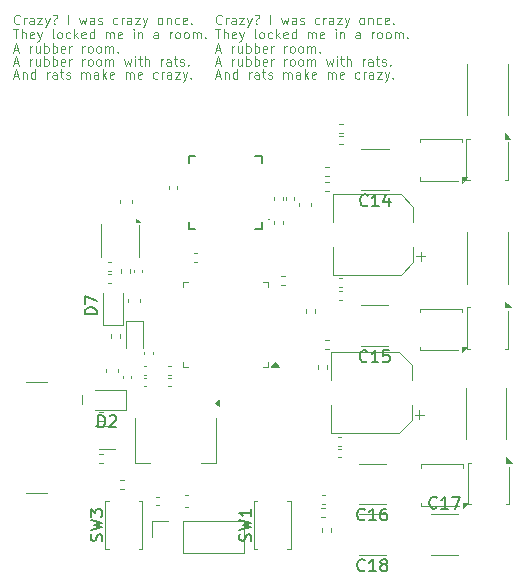
<source format=gbr>
%TF.GenerationSoftware,KiCad,Pcbnew,9.0.2*%
%TF.CreationDate,2025-07-01T21:57:16-05:00*%
%TF.ProjectId,testing3,74657374-696e-4673-932e-6b696361645f,rev?*%
%TF.SameCoordinates,Original*%
%TF.FileFunction,Legend,Top*%
%TF.FilePolarity,Positive*%
%FSLAX46Y46*%
G04 Gerber Fmt 4.6, Leading zero omitted, Abs format (unit mm)*
G04 Created by KiCad (PCBNEW 9.0.2) date 2025-07-01 21:57:16*
%MOMM*%
%LPD*%
G01*
G04 APERTURE LIST*
%ADD10C,0.100000*%
%ADD11C,0.150000*%
%ADD12C,0.120000*%
%ADD13C,0.127000*%
G04 APERTURE END LIST*
D10*
X212313408Y-87220704D02*
X212275312Y-87258800D01*
X212275312Y-87258800D02*
X212161027Y-87296895D01*
X212161027Y-87296895D02*
X212084836Y-87296895D01*
X212084836Y-87296895D02*
X211970550Y-87258800D01*
X211970550Y-87258800D02*
X211894360Y-87182609D01*
X211894360Y-87182609D02*
X211856265Y-87106419D01*
X211856265Y-87106419D02*
X211818169Y-86954038D01*
X211818169Y-86954038D02*
X211818169Y-86839752D01*
X211818169Y-86839752D02*
X211856265Y-86687371D01*
X211856265Y-86687371D02*
X211894360Y-86611180D01*
X211894360Y-86611180D02*
X211970550Y-86534990D01*
X211970550Y-86534990D02*
X212084836Y-86496895D01*
X212084836Y-86496895D02*
X212161027Y-86496895D01*
X212161027Y-86496895D02*
X212275312Y-86534990D01*
X212275312Y-86534990D02*
X212313408Y-86573085D01*
X212656265Y-87296895D02*
X212656265Y-86763561D01*
X212656265Y-86915942D02*
X212694360Y-86839752D01*
X212694360Y-86839752D02*
X212732455Y-86801657D01*
X212732455Y-86801657D02*
X212808646Y-86763561D01*
X212808646Y-86763561D02*
X212884836Y-86763561D01*
X213494360Y-87296895D02*
X213494360Y-86877847D01*
X213494360Y-86877847D02*
X213456265Y-86801657D01*
X213456265Y-86801657D02*
X213380074Y-86763561D01*
X213380074Y-86763561D02*
X213227693Y-86763561D01*
X213227693Y-86763561D02*
X213151503Y-86801657D01*
X213494360Y-87258800D02*
X213418169Y-87296895D01*
X213418169Y-87296895D02*
X213227693Y-87296895D01*
X213227693Y-87296895D02*
X213151503Y-87258800D01*
X213151503Y-87258800D02*
X213113407Y-87182609D01*
X213113407Y-87182609D02*
X213113407Y-87106419D01*
X213113407Y-87106419D02*
X213151503Y-87030228D01*
X213151503Y-87030228D02*
X213227693Y-86992133D01*
X213227693Y-86992133D02*
X213418169Y-86992133D01*
X213418169Y-86992133D02*
X213494360Y-86954038D01*
X213799122Y-86763561D02*
X214218170Y-86763561D01*
X214218170Y-86763561D02*
X213799122Y-87296895D01*
X213799122Y-87296895D02*
X214218170Y-87296895D01*
X214446741Y-86763561D02*
X214637217Y-87296895D01*
X214827694Y-86763561D02*
X214637217Y-87296895D01*
X214637217Y-87296895D02*
X214561027Y-87487371D01*
X214561027Y-87487371D02*
X214522932Y-87525466D01*
X214522932Y-87525466D02*
X214446741Y-87563561D01*
X215246741Y-87220704D02*
X215284837Y-87258800D01*
X215284837Y-87258800D02*
X215246741Y-87296895D01*
X215246741Y-87296895D02*
X215208646Y-87258800D01*
X215208646Y-87258800D02*
X215246741Y-87220704D01*
X215246741Y-87220704D02*
X215246741Y-87296895D01*
X215094360Y-86534990D02*
X215170551Y-86496895D01*
X215170551Y-86496895D02*
X215361027Y-86496895D01*
X215361027Y-86496895D02*
X215437218Y-86534990D01*
X215437218Y-86534990D02*
X215475313Y-86611180D01*
X215475313Y-86611180D02*
X215475313Y-86687371D01*
X215475313Y-86687371D02*
X215437218Y-86763561D01*
X215437218Y-86763561D02*
X215399122Y-86801657D01*
X215399122Y-86801657D02*
X215322932Y-86839752D01*
X215322932Y-86839752D02*
X215284837Y-86877847D01*
X215284837Y-86877847D02*
X215246741Y-86954038D01*
X215246741Y-86954038D02*
X215246741Y-86992133D01*
X216427694Y-87296895D02*
X216427694Y-86496895D01*
X217341979Y-86763561D02*
X217494360Y-87296895D01*
X217494360Y-87296895D02*
X217646741Y-86915942D01*
X217646741Y-86915942D02*
X217799122Y-87296895D01*
X217799122Y-87296895D02*
X217951503Y-86763561D01*
X218599122Y-87296895D02*
X218599122Y-86877847D01*
X218599122Y-86877847D02*
X218561027Y-86801657D01*
X218561027Y-86801657D02*
X218484836Y-86763561D01*
X218484836Y-86763561D02*
X218332455Y-86763561D01*
X218332455Y-86763561D02*
X218256265Y-86801657D01*
X218599122Y-87258800D02*
X218522931Y-87296895D01*
X218522931Y-87296895D02*
X218332455Y-87296895D01*
X218332455Y-87296895D02*
X218256265Y-87258800D01*
X218256265Y-87258800D02*
X218218169Y-87182609D01*
X218218169Y-87182609D02*
X218218169Y-87106419D01*
X218218169Y-87106419D02*
X218256265Y-87030228D01*
X218256265Y-87030228D02*
X218332455Y-86992133D01*
X218332455Y-86992133D02*
X218522931Y-86992133D01*
X218522931Y-86992133D02*
X218599122Y-86954038D01*
X218941979Y-87258800D02*
X219018170Y-87296895D01*
X219018170Y-87296895D02*
X219170551Y-87296895D01*
X219170551Y-87296895D02*
X219246741Y-87258800D01*
X219246741Y-87258800D02*
X219284837Y-87182609D01*
X219284837Y-87182609D02*
X219284837Y-87144514D01*
X219284837Y-87144514D02*
X219246741Y-87068323D01*
X219246741Y-87068323D02*
X219170551Y-87030228D01*
X219170551Y-87030228D02*
X219056265Y-87030228D01*
X219056265Y-87030228D02*
X218980075Y-86992133D01*
X218980075Y-86992133D02*
X218941979Y-86915942D01*
X218941979Y-86915942D02*
X218941979Y-86877847D01*
X218941979Y-86877847D02*
X218980075Y-86801657D01*
X218980075Y-86801657D02*
X219056265Y-86763561D01*
X219056265Y-86763561D02*
X219170551Y-86763561D01*
X219170551Y-86763561D02*
X219246741Y-86801657D01*
X220580075Y-87258800D02*
X220503884Y-87296895D01*
X220503884Y-87296895D02*
X220351503Y-87296895D01*
X220351503Y-87296895D02*
X220275313Y-87258800D01*
X220275313Y-87258800D02*
X220237218Y-87220704D01*
X220237218Y-87220704D02*
X220199122Y-87144514D01*
X220199122Y-87144514D02*
X220199122Y-86915942D01*
X220199122Y-86915942D02*
X220237218Y-86839752D01*
X220237218Y-86839752D02*
X220275313Y-86801657D01*
X220275313Y-86801657D02*
X220351503Y-86763561D01*
X220351503Y-86763561D02*
X220503884Y-86763561D01*
X220503884Y-86763561D02*
X220580075Y-86801657D01*
X220922932Y-87296895D02*
X220922932Y-86763561D01*
X220922932Y-86915942D02*
X220961027Y-86839752D01*
X220961027Y-86839752D02*
X220999122Y-86801657D01*
X220999122Y-86801657D02*
X221075313Y-86763561D01*
X221075313Y-86763561D02*
X221151503Y-86763561D01*
X221761027Y-87296895D02*
X221761027Y-86877847D01*
X221761027Y-86877847D02*
X221722932Y-86801657D01*
X221722932Y-86801657D02*
X221646741Y-86763561D01*
X221646741Y-86763561D02*
X221494360Y-86763561D01*
X221494360Y-86763561D02*
X221418170Y-86801657D01*
X221761027Y-87258800D02*
X221684836Y-87296895D01*
X221684836Y-87296895D02*
X221494360Y-87296895D01*
X221494360Y-87296895D02*
X221418170Y-87258800D01*
X221418170Y-87258800D02*
X221380074Y-87182609D01*
X221380074Y-87182609D02*
X221380074Y-87106419D01*
X221380074Y-87106419D02*
X221418170Y-87030228D01*
X221418170Y-87030228D02*
X221494360Y-86992133D01*
X221494360Y-86992133D02*
X221684836Y-86992133D01*
X221684836Y-86992133D02*
X221761027Y-86954038D01*
X222065789Y-86763561D02*
X222484837Y-86763561D01*
X222484837Y-86763561D02*
X222065789Y-87296895D01*
X222065789Y-87296895D02*
X222484837Y-87296895D01*
X222713408Y-86763561D02*
X222903884Y-87296895D01*
X223094361Y-86763561D02*
X222903884Y-87296895D01*
X222903884Y-87296895D02*
X222827694Y-87487371D01*
X222827694Y-87487371D02*
X222789599Y-87525466D01*
X222789599Y-87525466D02*
X222713408Y-87563561D01*
X224122932Y-87296895D02*
X224046742Y-87258800D01*
X224046742Y-87258800D02*
X224008647Y-87220704D01*
X224008647Y-87220704D02*
X223970551Y-87144514D01*
X223970551Y-87144514D02*
X223970551Y-86915942D01*
X223970551Y-86915942D02*
X224008647Y-86839752D01*
X224008647Y-86839752D02*
X224046742Y-86801657D01*
X224046742Y-86801657D02*
X224122932Y-86763561D01*
X224122932Y-86763561D02*
X224237218Y-86763561D01*
X224237218Y-86763561D02*
X224313409Y-86801657D01*
X224313409Y-86801657D02*
X224351504Y-86839752D01*
X224351504Y-86839752D02*
X224389599Y-86915942D01*
X224389599Y-86915942D02*
X224389599Y-87144514D01*
X224389599Y-87144514D02*
X224351504Y-87220704D01*
X224351504Y-87220704D02*
X224313409Y-87258800D01*
X224313409Y-87258800D02*
X224237218Y-87296895D01*
X224237218Y-87296895D02*
X224122932Y-87296895D01*
X224732457Y-86763561D02*
X224732457Y-87296895D01*
X224732457Y-86839752D02*
X224770552Y-86801657D01*
X224770552Y-86801657D02*
X224846742Y-86763561D01*
X224846742Y-86763561D02*
X224961028Y-86763561D01*
X224961028Y-86763561D02*
X225037219Y-86801657D01*
X225037219Y-86801657D02*
X225075314Y-86877847D01*
X225075314Y-86877847D02*
X225075314Y-87296895D01*
X225799124Y-87258800D02*
X225722933Y-87296895D01*
X225722933Y-87296895D02*
X225570552Y-87296895D01*
X225570552Y-87296895D02*
X225494362Y-87258800D01*
X225494362Y-87258800D02*
X225456267Y-87220704D01*
X225456267Y-87220704D02*
X225418171Y-87144514D01*
X225418171Y-87144514D02*
X225418171Y-86915942D01*
X225418171Y-86915942D02*
X225456267Y-86839752D01*
X225456267Y-86839752D02*
X225494362Y-86801657D01*
X225494362Y-86801657D02*
X225570552Y-86763561D01*
X225570552Y-86763561D02*
X225722933Y-86763561D01*
X225722933Y-86763561D02*
X225799124Y-86801657D01*
X226446743Y-87258800D02*
X226370552Y-87296895D01*
X226370552Y-87296895D02*
X226218171Y-87296895D01*
X226218171Y-87296895D02*
X226141981Y-87258800D01*
X226141981Y-87258800D02*
X226103885Y-87182609D01*
X226103885Y-87182609D02*
X226103885Y-86877847D01*
X226103885Y-86877847D02*
X226141981Y-86801657D01*
X226141981Y-86801657D02*
X226218171Y-86763561D01*
X226218171Y-86763561D02*
X226370552Y-86763561D01*
X226370552Y-86763561D02*
X226446743Y-86801657D01*
X226446743Y-86801657D02*
X226484838Y-86877847D01*
X226484838Y-86877847D02*
X226484838Y-86954038D01*
X226484838Y-86954038D02*
X226103885Y-87030228D01*
X226827695Y-87220704D02*
X226865790Y-87258800D01*
X226865790Y-87258800D02*
X226827695Y-87296895D01*
X226827695Y-87296895D02*
X226789599Y-87258800D01*
X226789599Y-87258800D02*
X226827695Y-87220704D01*
X226827695Y-87220704D02*
X226827695Y-87296895D01*
X211818169Y-91668323D02*
X212199122Y-91668323D01*
X211741979Y-91896895D02*
X212008646Y-91096895D01*
X212008646Y-91096895D02*
X212275312Y-91896895D01*
X212541979Y-91363561D02*
X212541979Y-91896895D01*
X212541979Y-91439752D02*
X212580074Y-91401657D01*
X212580074Y-91401657D02*
X212656264Y-91363561D01*
X212656264Y-91363561D02*
X212770550Y-91363561D01*
X212770550Y-91363561D02*
X212846741Y-91401657D01*
X212846741Y-91401657D02*
X212884836Y-91477847D01*
X212884836Y-91477847D02*
X212884836Y-91896895D01*
X213608646Y-91896895D02*
X213608646Y-91096895D01*
X213608646Y-91858800D02*
X213532455Y-91896895D01*
X213532455Y-91896895D02*
X213380074Y-91896895D01*
X213380074Y-91896895D02*
X213303884Y-91858800D01*
X213303884Y-91858800D02*
X213265789Y-91820704D01*
X213265789Y-91820704D02*
X213227693Y-91744514D01*
X213227693Y-91744514D02*
X213227693Y-91515942D01*
X213227693Y-91515942D02*
X213265789Y-91439752D01*
X213265789Y-91439752D02*
X213303884Y-91401657D01*
X213303884Y-91401657D02*
X213380074Y-91363561D01*
X213380074Y-91363561D02*
X213532455Y-91363561D01*
X213532455Y-91363561D02*
X213608646Y-91401657D01*
X214599123Y-91896895D02*
X214599123Y-91363561D01*
X214599123Y-91515942D02*
X214637218Y-91439752D01*
X214637218Y-91439752D02*
X214675313Y-91401657D01*
X214675313Y-91401657D02*
X214751504Y-91363561D01*
X214751504Y-91363561D02*
X214827694Y-91363561D01*
X215437218Y-91896895D02*
X215437218Y-91477847D01*
X215437218Y-91477847D02*
X215399123Y-91401657D01*
X215399123Y-91401657D02*
X215322932Y-91363561D01*
X215322932Y-91363561D02*
X215170551Y-91363561D01*
X215170551Y-91363561D02*
X215094361Y-91401657D01*
X215437218Y-91858800D02*
X215361027Y-91896895D01*
X215361027Y-91896895D02*
X215170551Y-91896895D01*
X215170551Y-91896895D02*
X215094361Y-91858800D01*
X215094361Y-91858800D02*
X215056265Y-91782609D01*
X215056265Y-91782609D02*
X215056265Y-91706419D01*
X215056265Y-91706419D02*
X215094361Y-91630228D01*
X215094361Y-91630228D02*
X215170551Y-91592133D01*
X215170551Y-91592133D02*
X215361027Y-91592133D01*
X215361027Y-91592133D02*
X215437218Y-91554038D01*
X215703885Y-91363561D02*
X216008647Y-91363561D01*
X215818171Y-91096895D02*
X215818171Y-91782609D01*
X215818171Y-91782609D02*
X215856266Y-91858800D01*
X215856266Y-91858800D02*
X215932456Y-91896895D01*
X215932456Y-91896895D02*
X216008647Y-91896895D01*
X216237218Y-91858800D02*
X216313409Y-91896895D01*
X216313409Y-91896895D02*
X216465790Y-91896895D01*
X216465790Y-91896895D02*
X216541980Y-91858800D01*
X216541980Y-91858800D02*
X216580076Y-91782609D01*
X216580076Y-91782609D02*
X216580076Y-91744514D01*
X216580076Y-91744514D02*
X216541980Y-91668323D01*
X216541980Y-91668323D02*
X216465790Y-91630228D01*
X216465790Y-91630228D02*
X216351504Y-91630228D01*
X216351504Y-91630228D02*
X216275314Y-91592133D01*
X216275314Y-91592133D02*
X216237218Y-91515942D01*
X216237218Y-91515942D02*
X216237218Y-91477847D01*
X216237218Y-91477847D02*
X216275314Y-91401657D01*
X216275314Y-91401657D02*
X216351504Y-91363561D01*
X216351504Y-91363561D02*
X216465790Y-91363561D01*
X216465790Y-91363561D02*
X216541980Y-91401657D01*
X217532457Y-91896895D02*
X217532457Y-91363561D01*
X217532457Y-91439752D02*
X217570552Y-91401657D01*
X217570552Y-91401657D02*
X217646742Y-91363561D01*
X217646742Y-91363561D02*
X217761028Y-91363561D01*
X217761028Y-91363561D02*
X217837219Y-91401657D01*
X217837219Y-91401657D02*
X217875314Y-91477847D01*
X217875314Y-91477847D02*
X217875314Y-91896895D01*
X217875314Y-91477847D02*
X217913409Y-91401657D01*
X217913409Y-91401657D02*
X217989600Y-91363561D01*
X217989600Y-91363561D02*
X218103885Y-91363561D01*
X218103885Y-91363561D02*
X218180076Y-91401657D01*
X218180076Y-91401657D02*
X218218171Y-91477847D01*
X218218171Y-91477847D02*
X218218171Y-91896895D01*
X218941981Y-91896895D02*
X218941981Y-91477847D01*
X218941981Y-91477847D02*
X218903886Y-91401657D01*
X218903886Y-91401657D02*
X218827695Y-91363561D01*
X218827695Y-91363561D02*
X218675314Y-91363561D01*
X218675314Y-91363561D02*
X218599124Y-91401657D01*
X218941981Y-91858800D02*
X218865790Y-91896895D01*
X218865790Y-91896895D02*
X218675314Y-91896895D01*
X218675314Y-91896895D02*
X218599124Y-91858800D01*
X218599124Y-91858800D02*
X218561028Y-91782609D01*
X218561028Y-91782609D02*
X218561028Y-91706419D01*
X218561028Y-91706419D02*
X218599124Y-91630228D01*
X218599124Y-91630228D02*
X218675314Y-91592133D01*
X218675314Y-91592133D02*
X218865790Y-91592133D01*
X218865790Y-91592133D02*
X218941981Y-91554038D01*
X219322934Y-91896895D02*
X219322934Y-91096895D01*
X219399124Y-91592133D02*
X219627696Y-91896895D01*
X219627696Y-91363561D02*
X219322934Y-91668323D01*
X220275315Y-91858800D02*
X220199124Y-91896895D01*
X220199124Y-91896895D02*
X220046743Y-91896895D01*
X220046743Y-91896895D02*
X219970553Y-91858800D01*
X219970553Y-91858800D02*
X219932457Y-91782609D01*
X219932457Y-91782609D02*
X219932457Y-91477847D01*
X219932457Y-91477847D02*
X219970553Y-91401657D01*
X219970553Y-91401657D02*
X220046743Y-91363561D01*
X220046743Y-91363561D02*
X220199124Y-91363561D01*
X220199124Y-91363561D02*
X220275315Y-91401657D01*
X220275315Y-91401657D02*
X220313410Y-91477847D01*
X220313410Y-91477847D02*
X220313410Y-91554038D01*
X220313410Y-91554038D02*
X219932457Y-91630228D01*
X221265791Y-91896895D02*
X221265791Y-91363561D01*
X221265791Y-91439752D02*
X221303886Y-91401657D01*
X221303886Y-91401657D02*
X221380076Y-91363561D01*
X221380076Y-91363561D02*
X221494362Y-91363561D01*
X221494362Y-91363561D02*
X221570553Y-91401657D01*
X221570553Y-91401657D02*
X221608648Y-91477847D01*
X221608648Y-91477847D02*
X221608648Y-91896895D01*
X221608648Y-91477847D02*
X221646743Y-91401657D01*
X221646743Y-91401657D02*
X221722934Y-91363561D01*
X221722934Y-91363561D02*
X221837219Y-91363561D01*
X221837219Y-91363561D02*
X221913410Y-91401657D01*
X221913410Y-91401657D02*
X221951505Y-91477847D01*
X221951505Y-91477847D02*
X221951505Y-91896895D01*
X222637220Y-91858800D02*
X222561029Y-91896895D01*
X222561029Y-91896895D02*
X222408648Y-91896895D01*
X222408648Y-91896895D02*
X222332458Y-91858800D01*
X222332458Y-91858800D02*
X222294362Y-91782609D01*
X222294362Y-91782609D02*
X222294362Y-91477847D01*
X222294362Y-91477847D02*
X222332458Y-91401657D01*
X222332458Y-91401657D02*
X222408648Y-91363561D01*
X222408648Y-91363561D02*
X222561029Y-91363561D01*
X222561029Y-91363561D02*
X222637220Y-91401657D01*
X222637220Y-91401657D02*
X222675315Y-91477847D01*
X222675315Y-91477847D02*
X222675315Y-91554038D01*
X222675315Y-91554038D02*
X222294362Y-91630228D01*
X223970553Y-91858800D02*
X223894362Y-91896895D01*
X223894362Y-91896895D02*
X223741981Y-91896895D01*
X223741981Y-91896895D02*
X223665791Y-91858800D01*
X223665791Y-91858800D02*
X223627696Y-91820704D01*
X223627696Y-91820704D02*
X223589600Y-91744514D01*
X223589600Y-91744514D02*
X223589600Y-91515942D01*
X223589600Y-91515942D02*
X223627696Y-91439752D01*
X223627696Y-91439752D02*
X223665791Y-91401657D01*
X223665791Y-91401657D02*
X223741981Y-91363561D01*
X223741981Y-91363561D02*
X223894362Y-91363561D01*
X223894362Y-91363561D02*
X223970553Y-91401657D01*
X224313410Y-91896895D02*
X224313410Y-91363561D01*
X224313410Y-91515942D02*
X224351505Y-91439752D01*
X224351505Y-91439752D02*
X224389600Y-91401657D01*
X224389600Y-91401657D02*
X224465791Y-91363561D01*
X224465791Y-91363561D02*
X224541981Y-91363561D01*
X225151505Y-91896895D02*
X225151505Y-91477847D01*
X225151505Y-91477847D02*
X225113410Y-91401657D01*
X225113410Y-91401657D02*
X225037219Y-91363561D01*
X225037219Y-91363561D02*
X224884838Y-91363561D01*
X224884838Y-91363561D02*
X224808648Y-91401657D01*
X225151505Y-91858800D02*
X225075314Y-91896895D01*
X225075314Y-91896895D02*
X224884838Y-91896895D01*
X224884838Y-91896895D02*
X224808648Y-91858800D01*
X224808648Y-91858800D02*
X224770552Y-91782609D01*
X224770552Y-91782609D02*
X224770552Y-91706419D01*
X224770552Y-91706419D02*
X224808648Y-91630228D01*
X224808648Y-91630228D02*
X224884838Y-91592133D01*
X224884838Y-91592133D02*
X225075314Y-91592133D01*
X225075314Y-91592133D02*
X225151505Y-91554038D01*
X225456267Y-91363561D02*
X225875315Y-91363561D01*
X225875315Y-91363561D02*
X225456267Y-91896895D01*
X225456267Y-91896895D02*
X225875315Y-91896895D01*
X226103886Y-91363561D02*
X226294362Y-91896895D01*
X226484839Y-91363561D02*
X226294362Y-91896895D01*
X226294362Y-91896895D02*
X226218172Y-92087371D01*
X226218172Y-92087371D02*
X226180077Y-92125466D01*
X226180077Y-92125466D02*
X226103886Y-92163561D01*
X226789601Y-91820704D02*
X226827696Y-91858800D01*
X226827696Y-91858800D02*
X226789601Y-91896895D01*
X226789601Y-91896895D02*
X226751505Y-91858800D01*
X226751505Y-91858800D02*
X226789601Y-91820704D01*
X226789601Y-91820704D02*
X226789601Y-91896895D01*
X211741979Y-87696895D02*
X212199122Y-87696895D01*
X211970550Y-88496895D02*
X211970550Y-87696895D01*
X212465789Y-88496895D02*
X212465789Y-87696895D01*
X212808646Y-88496895D02*
X212808646Y-88077847D01*
X212808646Y-88077847D02*
X212770551Y-88001657D01*
X212770551Y-88001657D02*
X212694360Y-87963561D01*
X212694360Y-87963561D02*
X212580074Y-87963561D01*
X212580074Y-87963561D02*
X212503884Y-88001657D01*
X212503884Y-88001657D02*
X212465789Y-88039752D01*
X213494361Y-88458800D02*
X213418170Y-88496895D01*
X213418170Y-88496895D02*
X213265789Y-88496895D01*
X213265789Y-88496895D02*
X213189599Y-88458800D01*
X213189599Y-88458800D02*
X213151503Y-88382609D01*
X213151503Y-88382609D02*
X213151503Y-88077847D01*
X213151503Y-88077847D02*
X213189599Y-88001657D01*
X213189599Y-88001657D02*
X213265789Y-87963561D01*
X213265789Y-87963561D02*
X213418170Y-87963561D01*
X213418170Y-87963561D02*
X213494361Y-88001657D01*
X213494361Y-88001657D02*
X213532456Y-88077847D01*
X213532456Y-88077847D02*
X213532456Y-88154038D01*
X213532456Y-88154038D02*
X213151503Y-88230228D01*
X213799122Y-87963561D02*
X213989598Y-88496895D01*
X214180075Y-87963561D02*
X213989598Y-88496895D01*
X213989598Y-88496895D02*
X213913408Y-88687371D01*
X213913408Y-88687371D02*
X213875313Y-88725466D01*
X213875313Y-88725466D02*
X213799122Y-88763561D01*
X215208646Y-88496895D02*
X215132456Y-88458800D01*
X215132456Y-88458800D02*
X215094361Y-88382609D01*
X215094361Y-88382609D02*
X215094361Y-87696895D01*
X215627694Y-88496895D02*
X215551504Y-88458800D01*
X215551504Y-88458800D02*
X215513409Y-88420704D01*
X215513409Y-88420704D02*
X215475313Y-88344514D01*
X215475313Y-88344514D02*
X215475313Y-88115942D01*
X215475313Y-88115942D02*
X215513409Y-88039752D01*
X215513409Y-88039752D02*
X215551504Y-88001657D01*
X215551504Y-88001657D02*
X215627694Y-87963561D01*
X215627694Y-87963561D02*
X215741980Y-87963561D01*
X215741980Y-87963561D02*
X215818171Y-88001657D01*
X215818171Y-88001657D02*
X215856266Y-88039752D01*
X215856266Y-88039752D02*
X215894361Y-88115942D01*
X215894361Y-88115942D02*
X215894361Y-88344514D01*
X215894361Y-88344514D02*
X215856266Y-88420704D01*
X215856266Y-88420704D02*
X215818171Y-88458800D01*
X215818171Y-88458800D02*
X215741980Y-88496895D01*
X215741980Y-88496895D02*
X215627694Y-88496895D01*
X216580076Y-88458800D02*
X216503885Y-88496895D01*
X216503885Y-88496895D02*
X216351504Y-88496895D01*
X216351504Y-88496895D02*
X216275314Y-88458800D01*
X216275314Y-88458800D02*
X216237219Y-88420704D01*
X216237219Y-88420704D02*
X216199123Y-88344514D01*
X216199123Y-88344514D02*
X216199123Y-88115942D01*
X216199123Y-88115942D02*
X216237219Y-88039752D01*
X216237219Y-88039752D02*
X216275314Y-88001657D01*
X216275314Y-88001657D02*
X216351504Y-87963561D01*
X216351504Y-87963561D02*
X216503885Y-87963561D01*
X216503885Y-87963561D02*
X216580076Y-88001657D01*
X216922933Y-88496895D02*
X216922933Y-87696895D01*
X216999123Y-88192133D02*
X217227695Y-88496895D01*
X217227695Y-87963561D02*
X216922933Y-88268323D01*
X217875314Y-88458800D02*
X217799123Y-88496895D01*
X217799123Y-88496895D02*
X217646742Y-88496895D01*
X217646742Y-88496895D02*
X217570552Y-88458800D01*
X217570552Y-88458800D02*
X217532456Y-88382609D01*
X217532456Y-88382609D02*
X217532456Y-88077847D01*
X217532456Y-88077847D02*
X217570552Y-88001657D01*
X217570552Y-88001657D02*
X217646742Y-87963561D01*
X217646742Y-87963561D02*
X217799123Y-87963561D01*
X217799123Y-87963561D02*
X217875314Y-88001657D01*
X217875314Y-88001657D02*
X217913409Y-88077847D01*
X217913409Y-88077847D02*
X217913409Y-88154038D01*
X217913409Y-88154038D02*
X217532456Y-88230228D01*
X218599123Y-88496895D02*
X218599123Y-87696895D01*
X218599123Y-88458800D02*
X218522932Y-88496895D01*
X218522932Y-88496895D02*
X218370551Y-88496895D01*
X218370551Y-88496895D02*
X218294361Y-88458800D01*
X218294361Y-88458800D02*
X218256266Y-88420704D01*
X218256266Y-88420704D02*
X218218170Y-88344514D01*
X218218170Y-88344514D02*
X218218170Y-88115942D01*
X218218170Y-88115942D02*
X218256266Y-88039752D01*
X218256266Y-88039752D02*
X218294361Y-88001657D01*
X218294361Y-88001657D02*
X218370551Y-87963561D01*
X218370551Y-87963561D02*
X218522932Y-87963561D01*
X218522932Y-87963561D02*
X218599123Y-88001657D01*
X219589600Y-88496895D02*
X219589600Y-87963561D01*
X219589600Y-88039752D02*
X219627695Y-88001657D01*
X219627695Y-88001657D02*
X219703885Y-87963561D01*
X219703885Y-87963561D02*
X219818171Y-87963561D01*
X219818171Y-87963561D02*
X219894362Y-88001657D01*
X219894362Y-88001657D02*
X219932457Y-88077847D01*
X219932457Y-88077847D02*
X219932457Y-88496895D01*
X219932457Y-88077847D02*
X219970552Y-88001657D01*
X219970552Y-88001657D02*
X220046743Y-87963561D01*
X220046743Y-87963561D02*
X220161028Y-87963561D01*
X220161028Y-87963561D02*
X220237219Y-88001657D01*
X220237219Y-88001657D02*
X220275314Y-88077847D01*
X220275314Y-88077847D02*
X220275314Y-88496895D01*
X220961029Y-88458800D02*
X220884838Y-88496895D01*
X220884838Y-88496895D02*
X220732457Y-88496895D01*
X220732457Y-88496895D02*
X220656267Y-88458800D01*
X220656267Y-88458800D02*
X220618171Y-88382609D01*
X220618171Y-88382609D02*
X220618171Y-88077847D01*
X220618171Y-88077847D02*
X220656267Y-88001657D01*
X220656267Y-88001657D02*
X220732457Y-87963561D01*
X220732457Y-87963561D02*
X220884838Y-87963561D01*
X220884838Y-87963561D02*
X220961029Y-88001657D01*
X220961029Y-88001657D02*
X220999124Y-88077847D01*
X220999124Y-88077847D02*
X220999124Y-88154038D01*
X220999124Y-88154038D02*
X220618171Y-88230228D01*
X221951505Y-88496895D02*
X221951505Y-87963561D01*
X221951505Y-87696895D02*
X221913409Y-87734990D01*
X221913409Y-87734990D02*
X221951505Y-87773085D01*
X221951505Y-87773085D02*
X221989600Y-87734990D01*
X221989600Y-87734990D02*
X221951505Y-87696895D01*
X221951505Y-87696895D02*
X221951505Y-87773085D01*
X222332457Y-87963561D02*
X222332457Y-88496895D01*
X222332457Y-88039752D02*
X222370552Y-88001657D01*
X222370552Y-88001657D02*
X222446742Y-87963561D01*
X222446742Y-87963561D02*
X222561028Y-87963561D01*
X222561028Y-87963561D02*
X222637219Y-88001657D01*
X222637219Y-88001657D02*
X222675314Y-88077847D01*
X222675314Y-88077847D02*
X222675314Y-88496895D01*
X224008648Y-88496895D02*
X224008648Y-88077847D01*
X224008648Y-88077847D02*
X223970553Y-88001657D01*
X223970553Y-88001657D02*
X223894362Y-87963561D01*
X223894362Y-87963561D02*
X223741981Y-87963561D01*
X223741981Y-87963561D02*
X223665791Y-88001657D01*
X224008648Y-88458800D02*
X223932457Y-88496895D01*
X223932457Y-88496895D02*
X223741981Y-88496895D01*
X223741981Y-88496895D02*
X223665791Y-88458800D01*
X223665791Y-88458800D02*
X223627695Y-88382609D01*
X223627695Y-88382609D02*
X223627695Y-88306419D01*
X223627695Y-88306419D02*
X223665791Y-88230228D01*
X223665791Y-88230228D02*
X223741981Y-88192133D01*
X223741981Y-88192133D02*
X223932457Y-88192133D01*
X223932457Y-88192133D02*
X224008648Y-88154038D01*
X224999125Y-88496895D02*
X224999125Y-87963561D01*
X224999125Y-88115942D02*
X225037220Y-88039752D01*
X225037220Y-88039752D02*
X225075315Y-88001657D01*
X225075315Y-88001657D02*
X225151506Y-87963561D01*
X225151506Y-87963561D02*
X225227696Y-87963561D01*
X225608648Y-88496895D02*
X225532458Y-88458800D01*
X225532458Y-88458800D02*
X225494363Y-88420704D01*
X225494363Y-88420704D02*
X225456267Y-88344514D01*
X225456267Y-88344514D02*
X225456267Y-88115942D01*
X225456267Y-88115942D02*
X225494363Y-88039752D01*
X225494363Y-88039752D02*
X225532458Y-88001657D01*
X225532458Y-88001657D02*
X225608648Y-87963561D01*
X225608648Y-87963561D02*
X225722934Y-87963561D01*
X225722934Y-87963561D02*
X225799125Y-88001657D01*
X225799125Y-88001657D02*
X225837220Y-88039752D01*
X225837220Y-88039752D02*
X225875315Y-88115942D01*
X225875315Y-88115942D02*
X225875315Y-88344514D01*
X225875315Y-88344514D02*
X225837220Y-88420704D01*
X225837220Y-88420704D02*
X225799125Y-88458800D01*
X225799125Y-88458800D02*
X225722934Y-88496895D01*
X225722934Y-88496895D02*
X225608648Y-88496895D01*
X226332458Y-88496895D02*
X226256268Y-88458800D01*
X226256268Y-88458800D02*
X226218173Y-88420704D01*
X226218173Y-88420704D02*
X226180077Y-88344514D01*
X226180077Y-88344514D02*
X226180077Y-88115942D01*
X226180077Y-88115942D02*
X226218173Y-88039752D01*
X226218173Y-88039752D02*
X226256268Y-88001657D01*
X226256268Y-88001657D02*
X226332458Y-87963561D01*
X226332458Y-87963561D02*
X226446744Y-87963561D01*
X226446744Y-87963561D02*
X226522935Y-88001657D01*
X226522935Y-88001657D02*
X226561030Y-88039752D01*
X226561030Y-88039752D02*
X226599125Y-88115942D01*
X226599125Y-88115942D02*
X226599125Y-88344514D01*
X226599125Y-88344514D02*
X226561030Y-88420704D01*
X226561030Y-88420704D02*
X226522935Y-88458800D01*
X226522935Y-88458800D02*
X226446744Y-88496895D01*
X226446744Y-88496895D02*
X226332458Y-88496895D01*
X226941983Y-88496895D02*
X226941983Y-87963561D01*
X226941983Y-88039752D02*
X226980078Y-88001657D01*
X226980078Y-88001657D02*
X227056268Y-87963561D01*
X227056268Y-87963561D02*
X227170554Y-87963561D01*
X227170554Y-87963561D02*
X227246745Y-88001657D01*
X227246745Y-88001657D02*
X227284840Y-88077847D01*
X227284840Y-88077847D02*
X227284840Y-88496895D01*
X227284840Y-88077847D02*
X227322935Y-88001657D01*
X227322935Y-88001657D02*
X227399126Y-87963561D01*
X227399126Y-87963561D02*
X227513411Y-87963561D01*
X227513411Y-87963561D02*
X227589602Y-88001657D01*
X227589602Y-88001657D02*
X227627697Y-88077847D01*
X227627697Y-88077847D02*
X227627697Y-88496895D01*
X228008650Y-88420704D02*
X228046745Y-88458800D01*
X228046745Y-88458800D02*
X228008650Y-88496895D01*
X228008650Y-88496895D02*
X227970554Y-88458800D01*
X227970554Y-88458800D02*
X228008650Y-88420704D01*
X228008650Y-88420704D02*
X228008650Y-88496895D01*
X211818169Y-90568323D02*
X212199122Y-90568323D01*
X211741979Y-90796895D02*
X212008646Y-89996895D01*
X212008646Y-89996895D02*
X212275312Y-90796895D01*
X213151503Y-90796895D02*
X213151503Y-90263561D01*
X213151503Y-90415942D02*
X213189598Y-90339752D01*
X213189598Y-90339752D02*
X213227693Y-90301657D01*
X213227693Y-90301657D02*
X213303884Y-90263561D01*
X213303884Y-90263561D02*
X213380074Y-90263561D01*
X213989598Y-90263561D02*
X213989598Y-90796895D01*
X213646741Y-90263561D02*
X213646741Y-90682609D01*
X213646741Y-90682609D02*
X213684836Y-90758800D01*
X213684836Y-90758800D02*
X213761026Y-90796895D01*
X213761026Y-90796895D02*
X213875312Y-90796895D01*
X213875312Y-90796895D02*
X213951503Y-90758800D01*
X213951503Y-90758800D02*
X213989598Y-90720704D01*
X214370551Y-90796895D02*
X214370551Y-89996895D01*
X214370551Y-90301657D02*
X214446741Y-90263561D01*
X214446741Y-90263561D02*
X214599122Y-90263561D01*
X214599122Y-90263561D02*
X214675313Y-90301657D01*
X214675313Y-90301657D02*
X214713408Y-90339752D01*
X214713408Y-90339752D02*
X214751503Y-90415942D01*
X214751503Y-90415942D02*
X214751503Y-90644514D01*
X214751503Y-90644514D02*
X214713408Y-90720704D01*
X214713408Y-90720704D02*
X214675313Y-90758800D01*
X214675313Y-90758800D02*
X214599122Y-90796895D01*
X214599122Y-90796895D02*
X214446741Y-90796895D01*
X214446741Y-90796895D02*
X214370551Y-90758800D01*
X215094361Y-90796895D02*
X215094361Y-89996895D01*
X215094361Y-90301657D02*
X215170551Y-90263561D01*
X215170551Y-90263561D02*
X215322932Y-90263561D01*
X215322932Y-90263561D02*
X215399123Y-90301657D01*
X215399123Y-90301657D02*
X215437218Y-90339752D01*
X215437218Y-90339752D02*
X215475313Y-90415942D01*
X215475313Y-90415942D02*
X215475313Y-90644514D01*
X215475313Y-90644514D02*
X215437218Y-90720704D01*
X215437218Y-90720704D02*
X215399123Y-90758800D01*
X215399123Y-90758800D02*
X215322932Y-90796895D01*
X215322932Y-90796895D02*
X215170551Y-90796895D01*
X215170551Y-90796895D02*
X215094361Y-90758800D01*
X216122933Y-90758800D02*
X216046742Y-90796895D01*
X216046742Y-90796895D02*
X215894361Y-90796895D01*
X215894361Y-90796895D02*
X215818171Y-90758800D01*
X215818171Y-90758800D02*
X215780075Y-90682609D01*
X215780075Y-90682609D02*
X215780075Y-90377847D01*
X215780075Y-90377847D02*
X215818171Y-90301657D01*
X215818171Y-90301657D02*
X215894361Y-90263561D01*
X215894361Y-90263561D02*
X216046742Y-90263561D01*
X216046742Y-90263561D02*
X216122933Y-90301657D01*
X216122933Y-90301657D02*
X216161028Y-90377847D01*
X216161028Y-90377847D02*
X216161028Y-90454038D01*
X216161028Y-90454038D02*
X215780075Y-90530228D01*
X216503885Y-90796895D02*
X216503885Y-90263561D01*
X216503885Y-90415942D02*
X216541980Y-90339752D01*
X216541980Y-90339752D02*
X216580075Y-90301657D01*
X216580075Y-90301657D02*
X216656266Y-90263561D01*
X216656266Y-90263561D02*
X216732456Y-90263561D01*
X217608647Y-90796895D02*
X217608647Y-90263561D01*
X217608647Y-90415942D02*
X217646742Y-90339752D01*
X217646742Y-90339752D02*
X217684837Y-90301657D01*
X217684837Y-90301657D02*
X217761028Y-90263561D01*
X217761028Y-90263561D02*
X217837218Y-90263561D01*
X218218170Y-90796895D02*
X218141980Y-90758800D01*
X218141980Y-90758800D02*
X218103885Y-90720704D01*
X218103885Y-90720704D02*
X218065789Y-90644514D01*
X218065789Y-90644514D02*
X218065789Y-90415942D01*
X218065789Y-90415942D02*
X218103885Y-90339752D01*
X218103885Y-90339752D02*
X218141980Y-90301657D01*
X218141980Y-90301657D02*
X218218170Y-90263561D01*
X218218170Y-90263561D02*
X218332456Y-90263561D01*
X218332456Y-90263561D02*
X218408647Y-90301657D01*
X218408647Y-90301657D02*
X218446742Y-90339752D01*
X218446742Y-90339752D02*
X218484837Y-90415942D01*
X218484837Y-90415942D02*
X218484837Y-90644514D01*
X218484837Y-90644514D02*
X218446742Y-90720704D01*
X218446742Y-90720704D02*
X218408647Y-90758800D01*
X218408647Y-90758800D02*
X218332456Y-90796895D01*
X218332456Y-90796895D02*
X218218170Y-90796895D01*
X218941980Y-90796895D02*
X218865790Y-90758800D01*
X218865790Y-90758800D02*
X218827695Y-90720704D01*
X218827695Y-90720704D02*
X218789599Y-90644514D01*
X218789599Y-90644514D02*
X218789599Y-90415942D01*
X218789599Y-90415942D02*
X218827695Y-90339752D01*
X218827695Y-90339752D02*
X218865790Y-90301657D01*
X218865790Y-90301657D02*
X218941980Y-90263561D01*
X218941980Y-90263561D02*
X219056266Y-90263561D01*
X219056266Y-90263561D02*
X219132457Y-90301657D01*
X219132457Y-90301657D02*
X219170552Y-90339752D01*
X219170552Y-90339752D02*
X219208647Y-90415942D01*
X219208647Y-90415942D02*
X219208647Y-90644514D01*
X219208647Y-90644514D02*
X219170552Y-90720704D01*
X219170552Y-90720704D02*
X219132457Y-90758800D01*
X219132457Y-90758800D02*
X219056266Y-90796895D01*
X219056266Y-90796895D02*
X218941980Y-90796895D01*
X219551505Y-90796895D02*
X219551505Y-90263561D01*
X219551505Y-90339752D02*
X219589600Y-90301657D01*
X219589600Y-90301657D02*
X219665790Y-90263561D01*
X219665790Y-90263561D02*
X219780076Y-90263561D01*
X219780076Y-90263561D02*
X219856267Y-90301657D01*
X219856267Y-90301657D02*
X219894362Y-90377847D01*
X219894362Y-90377847D02*
X219894362Y-90796895D01*
X219894362Y-90377847D02*
X219932457Y-90301657D01*
X219932457Y-90301657D02*
X220008648Y-90263561D01*
X220008648Y-90263561D02*
X220122933Y-90263561D01*
X220122933Y-90263561D02*
X220199124Y-90301657D01*
X220199124Y-90301657D02*
X220237219Y-90377847D01*
X220237219Y-90377847D02*
X220237219Y-90796895D01*
X221151505Y-90263561D02*
X221303886Y-90796895D01*
X221303886Y-90796895D02*
X221456267Y-90415942D01*
X221456267Y-90415942D02*
X221608648Y-90796895D01*
X221608648Y-90796895D02*
X221761029Y-90263561D01*
X222065791Y-90796895D02*
X222065791Y-90263561D01*
X222065791Y-89996895D02*
X222027695Y-90034990D01*
X222027695Y-90034990D02*
X222065791Y-90073085D01*
X222065791Y-90073085D02*
X222103886Y-90034990D01*
X222103886Y-90034990D02*
X222065791Y-89996895D01*
X222065791Y-89996895D02*
X222065791Y-90073085D01*
X222332457Y-90263561D02*
X222637219Y-90263561D01*
X222446743Y-89996895D02*
X222446743Y-90682609D01*
X222446743Y-90682609D02*
X222484838Y-90758800D01*
X222484838Y-90758800D02*
X222561028Y-90796895D01*
X222561028Y-90796895D02*
X222637219Y-90796895D01*
X222903886Y-90796895D02*
X222903886Y-89996895D01*
X223246743Y-90796895D02*
X223246743Y-90377847D01*
X223246743Y-90377847D02*
X223208648Y-90301657D01*
X223208648Y-90301657D02*
X223132457Y-90263561D01*
X223132457Y-90263561D02*
X223018171Y-90263561D01*
X223018171Y-90263561D02*
X222941981Y-90301657D01*
X222941981Y-90301657D02*
X222903886Y-90339752D01*
X224237220Y-90796895D02*
X224237220Y-90263561D01*
X224237220Y-90415942D02*
X224275315Y-90339752D01*
X224275315Y-90339752D02*
X224313410Y-90301657D01*
X224313410Y-90301657D02*
X224389601Y-90263561D01*
X224389601Y-90263561D02*
X224465791Y-90263561D01*
X225075315Y-90796895D02*
X225075315Y-90377847D01*
X225075315Y-90377847D02*
X225037220Y-90301657D01*
X225037220Y-90301657D02*
X224961029Y-90263561D01*
X224961029Y-90263561D02*
X224808648Y-90263561D01*
X224808648Y-90263561D02*
X224732458Y-90301657D01*
X225075315Y-90758800D02*
X224999124Y-90796895D01*
X224999124Y-90796895D02*
X224808648Y-90796895D01*
X224808648Y-90796895D02*
X224732458Y-90758800D01*
X224732458Y-90758800D02*
X224694362Y-90682609D01*
X224694362Y-90682609D02*
X224694362Y-90606419D01*
X224694362Y-90606419D02*
X224732458Y-90530228D01*
X224732458Y-90530228D02*
X224808648Y-90492133D01*
X224808648Y-90492133D02*
X224999124Y-90492133D01*
X224999124Y-90492133D02*
X225075315Y-90454038D01*
X225341982Y-90263561D02*
X225646744Y-90263561D01*
X225456268Y-89996895D02*
X225456268Y-90682609D01*
X225456268Y-90682609D02*
X225494363Y-90758800D01*
X225494363Y-90758800D02*
X225570553Y-90796895D01*
X225570553Y-90796895D02*
X225646744Y-90796895D01*
X225875315Y-90758800D02*
X225951506Y-90796895D01*
X225951506Y-90796895D02*
X226103887Y-90796895D01*
X226103887Y-90796895D02*
X226180077Y-90758800D01*
X226180077Y-90758800D02*
X226218173Y-90682609D01*
X226218173Y-90682609D02*
X226218173Y-90644514D01*
X226218173Y-90644514D02*
X226180077Y-90568323D01*
X226180077Y-90568323D02*
X226103887Y-90530228D01*
X226103887Y-90530228D02*
X225989601Y-90530228D01*
X225989601Y-90530228D02*
X225913411Y-90492133D01*
X225913411Y-90492133D02*
X225875315Y-90415942D01*
X225875315Y-90415942D02*
X225875315Y-90377847D01*
X225875315Y-90377847D02*
X225913411Y-90301657D01*
X225913411Y-90301657D02*
X225989601Y-90263561D01*
X225989601Y-90263561D02*
X226103887Y-90263561D01*
X226103887Y-90263561D02*
X226180077Y-90301657D01*
X226561030Y-90720704D02*
X226599125Y-90758800D01*
X226599125Y-90758800D02*
X226561030Y-90796895D01*
X226561030Y-90796895D02*
X226522934Y-90758800D01*
X226522934Y-90758800D02*
X226561030Y-90720704D01*
X226561030Y-90720704D02*
X226561030Y-90796895D01*
X211818169Y-89468323D02*
X212199122Y-89468323D01*
X211741979Y-89696895D02*
X212008646Y-88896895D01*
X212008646Y-88896895D02*
X212275312Y-89696895D01*
X213151503Y-89696895D02*
X213151503Y-89163561D01*
X213151503Y-89315942D02*
X213189598Y-89239752D01*
X213189598Y-89239752D02*
X213227693Y-89201657D01*
X213227693Y-89201657D02*
X213303884Y-89163561D01*
X213303884Y-89163561D02*
X213380074Y-89163561D01*
X213989598Y-89163561D02*
X213989598Y-89696895D01*
X213646741Y-89163561D02*
X213646741Y-89582609D01*
X213646741Y-89582609D02*
X213684836Y-89658800D01*
X213684836Y-89658800D02*
X213761026Y-89696895D01*
X213761026Y-89696895D02*
X213875312Y-89696895D01*
X213875312Y-89696895D02*
X213951503Y-89658800D01*
X213951503Y-89658800D02*
X213989598Y-89620704D01*
X214370551Y-89696895D02*
X214370551Y-88896895D01*
X214370551Y-89201657D02*
X214446741Y-89163561D01*
X214446741Y-89163561D02*
X214599122Y-89163561D01*
X214599122Y-89163561D02*
X214675313Y-89201657D01*
X214675313Y-89201657D02*
X214713408Y-89239752D01*
X214713408Y-89239752D02*
X214751503Y-89315942D01*
X214751503Y-89315942D02*
X214751503Y-89544514D01*
X214751503Y-89544514D02*
X214713408Y-89620704D01*
X214713408Y-89620704D02*
X214675313Y-89658800D01*
X214675313Y-89658800D02*
X214599122Y-89696895D01*
X214599122Y-89696895D02*
X214446741Y-89696895D01*
X214446741Y-89696895D02*
X214370551Y-89658800D01*
X215094361Y-89696895D02*
X215094361Y-88896895D01*
X215094361Y-89201657D02*
X215170551Y-89163561D01*
X215170551Y-89163561D02*
X215322932Y-89163561D01*
X215322932Y-89163561D02*
X215399123Y-89201657D01*
X215399123Y-89201657D02*
X215437218Y-89239752D01*
X215437218Y-89239752D02*
X215475313Y-89315942D01*
X215475313Y-89315942D02*
X215475313Y-89544514D01*
X215475313Y-89544514D02*
X215437218Y-89620704D01*
X215437218Y-89620704D02*
X215399123Y-89658800D01*
X215399123Y-89658800D02*
X215322932Y-89696895D01*
X215322932Y-89696895D02*
X215170551Y-89696895D01*
X215170551Y-89696895D02*
X215094361Y-89658800D01*
X216122933Y-89658800D02*
X216046742Y-89696895D01*
X216046742Y-89696895D02*
X215894361Y-89696895D01*
X215894361Y-89696895D02*
X215818171Y-89658800D01*
X215818171Y-89658800D02*
X215780075Y-89582609D01*
X215780075Y-89582609D02*
X215780075Y-89277847D01*
X215780075Y-89277847D02*
X215818171Y-89201657D01*
X215818171Y-89201657D02*
X215894361Y-89163561D01*
X215894361Y-89163561D02*
X216046742Y-89163561D01*
X216046742Y-89163561D02*
X216122933Y-89201657D01*
X216122933Y-89201657D02*
X216161028Y-89277847D01*
X216161028Y-89277847D02*
X216161028Y-89354038D01*
X216161028Y-89354038D02*
X215780075Y-89430228D01*
X216503885Y-89696895D02*
X216503885Y-89163561D01*
X216503885Y-89315942D02*
X216541980Y-89239752D01*
X216541980Y-89239752D02*
X216580075Y-89201657D01*
X216580075Y-89201657D02*
X216656266Y-89163561D01*
X216656266Y-89163561D02*
X216732456Y-89163561D01*
X217608647Y-89696895D02*
X217608647Y-89163561D01*
X217608647Y-89315942D02*
X217646742Y-89239752D01*
X217646742Y-89239752D02*
X217684837Y-89201657D01*
X217684837Y-89201657D02*
X217761028Y-89163561D01*
X217761028Y-89163561D02*
X217837218Y-89163561D01*
X218218170Y-89696895D02*
X218141980Y-89658800D01*
X218141980Y-89658800D02*
X218103885Y-89620704D01*
X218103885Y-89620704D02*
X218065789Y-89544514D01*
X218065789Y-89544514D02*
X218065789Y-89315942D01*
X218065789Y-89315942D02*
X218103885Y-89239752D01*
X218103885Y-89239752D02*
X218141980Y-89201657D01*
X218141980Y-89201657D02*
X218218170Y-89163561D01*
X218218170Y-89163561D02*
X218332456Y-89163561D01*
X218332456Y-89163561D02*
X218408647Y-89201657D01*
X218408647Y-89201657D02*
X218446742Y-89239752D01*
X218446742Y-89239752D02*
X218484837Y-89315942D01*
X218484837Y-89315942D02*
X218484837Y-89544514D01*
X218484837Y-89544514D02*
X218446742Y-89620704D01*
X218446742Y-89620704D02*
X218408647Y-89658800D01*
X218408647Y-89658800D02*
X218332456Y-89696895D01*
X218332456Y-89696895D02*
X218218170Y-89696895D01*
X218941980Y-89696895D02*
X218865790Y-89658800D01*
X218865790Y-89658800D02*
X218827695Y-89620704D01*
X218827695Y-89620704D02*
X218789599Y-89544514D01*
X218789599Y-89544514D02*
X218789599Y-89315942D01*
X218789599Y-89315942D02*
X218827695Y-89239752D01*
X218827695Y-89239752D02*
X218865790Y-89201657D01*
X218865790Y-89201657D02*
X218941980Y-89163561D01*
X218941980Y-89163561D02*
X219056266Y-89163561D01*
X219056266Y-89163561D02*
X219132457Y-89201657D01*
X219132457Y-89201657D02*
X219170552Y-89239752D01*
X219170552Y-89239752D02*
X219208647Y-89315942D01*
X219208647Y-89315942D02*
X219208647Y-89544514D01*
X219208647Y-89544514D02*
X219170552Y-89620704D01*
X219170552Y-89620704D02*
X219132457Y-89658800D01*
X219132457Y-89658800D02*
X219056266Y-89696895D01*
X219056266Y-89696895D02*
X218941980Y-89696895D01*
X219551505Y-89696895D02*
X219551505Y-89163561D01*
X219551505Y-89239752D02*
X219589600Y-89201657D01*
X219589600Y-89201657D02*
X219665790Y-89163561D01*
X219665790Y-89163561D02*
X219780076Y-89163561D01*
X219780076Y-89163561D02*
X219856267Y-89201657D01*
X219856267Y-89201657D02*
X219894362Y-89277847D01*
X219894362Y-89277847D02*
X219894362Y-89696895D01*
X219894362Y-89277847D02*
X219932457Y-89201657D01*
X219932457Y-89201657D02*
X220008648Y-89163561D01*
X220008648Y-89163561D02*
X220122933Y-89163561D01*
X220122933Y-89163561D02*
X220199124Y-89201657D01*
X220199124Y-89201657D02*
X220237219Y-89277847D01*
X220237219Y-89277847D02*
X220237219Y-89696895D01*
X220618172Y-89620704D02*
X220656267Y-89658800D01*
X220656267Y-89658800D02*
X220618172Y-89696895D01*
X220618172Y-89696895D02*
X220580076Y-89658800D01*
X220580076Y-89658800D02*
X220618172Y-89620704D01*
X220618172Y-89620704D02*
X220618172Y-89696895D01*
X194718169Y-89468323D02*
X195099122Y-89468323D01*
X194641979Y-89696895D02*
X194908646Y-88896895D01*
X194908646Y-88896895D02*
X195175312Y-89696895D01*
X196051503Y-89696895D02*
X196051503Y-89163561D01*
X196051503Y-89315942D02*
X196089598Y-89239752D01*
X196089598Y-89239752D02*
X196127693Y-89201657D01*
X196127693Y-89201657D02*
X196203884Y-89163561D01*
X196203884Y-89163561D02*
X196280074Y-89163561D01*
X196889598Y-89163561D02*
X196889598Y-89696895D01*
X196546741Y-89163561D02*
X196546741Y-89582609D01*
X196546741Y-89582609D02*
X196584836Y-89658800D01*
X196584836Y-89658800D02*
X196661026Y-89696895D01*
X196661026Y-89696895D02*
X196775312Y-89696895D01*
X196775312Y-89696895D02*
X196851503Y-89658800D01*
X196851503Y-89658800D02*
X196889598Y-89620704D01*
X197270551Y-89696895D02*
X197270551Y-88896895D01*
X197270551Y-89201657D02*
X197346741Y-89163561D01*
X197346741Y-89163561D02*
X197499122Y-89163561D01*
X197499122Y-89163561D02*
X197575313Y-89201657D01*
X197575313Y-89201657D02*
X197613408Y-89239752D01*
X197613408Y-89239752D02*
X197651503Y-89315942D01*
X197651503Y-89315942D02*
X197651503Y-89544514D01*
X197651503Y-89544514D02*
X197613408Y-89620704D01*
X197613408Y-89620704D02*
X197575313Y-89658800D01*
X197575313Y-89658800D02*
X197499122Y-89696895D01*
X197499122Y-89696895D02*
X197346741Y-89696895D01*
X197346741Y-89696895D02*
X197270551Y-89658800D01*
X197994361Y-89696895D02*
X197994361Y-88896895D01*
X197994361Y-89201657D02*
X198070551Y-89163561D01*
X198070551Y-89163561D02*
X198222932Y-89163561D01*
X198222932Y-89163561D02*
X198299123Y-89201657D01*
X198299123Y-89201657D02*
X198337218Y-89239752D01*
X198337218Y-89239752D02*
X198375313Y-89315942D01*
X198375313Y-89315942D02*
X198375313Y-89544514D01*
X198375313Y-89544514D02*
X198337218Y-89620704D01*
X198337218Y-89620704D02*
X198299123Y-89658800D01*
X198299123Y-89658800D02*
X198222932Y-89696895D01*
X198222932Y-89696895D02*
X198070551Y-89696895D01*
X198070551Y-89696895D02*
X197994361Y-89658800D01*
X199022933Y-89658800D02*
X198946742Y-89696895D01*
X198946742Y-89696895D02*
X198794361Y-89696895D01*
X198794361Y-89696895D02*
X198718171Y-89658800D01*
X198718171Y-89658800D02*
X198680075Y-89582609D01*
X198680075Y-89582609D02*
X198680075Y-89277847D01*
X198680075Y-89277847D02*
X198718171Y-89201657D01*
X198718171Y-89201657D02*
X198794361Y-89163561D01*
X198794361Y-89163561D02*
X198946742Y-89163561D01*
X198946742Y-89163561D02*
X199022933Y-89201657D01*
X199022933Y-89201657D02*
X199061028Y-89277847D01*
X199061028Y-89277847D02*
X199061028Y-89354038D01*
X199061028Y-89354038D02*
X198680075Y-89430228D01*
X199403885Y-89696895D02*
X199403885Y-89163561D01*
X199403885Y-89315942D02*
X199441980Y-89239752D01*
X199441980Y-89239752D02*
X199480075Y-89201657D01*
X199480075Y-89201657D02*
X199556266Y-89163561D01*
X199556266Y-89163561D02*
X199632456Y-89163561D01*
X200508647Y-89696895D02*
X200508647Y-89163561D01*
X200508647Y-89315942D02*
X200546742Y-89239752D01*
X200546742Y-89239752D02*
X200584837Y-89201657D01*
X200584837Y-89201657D02*
X200661028Y-89163561D01*
X200661028Y-89163561D02*
X200737218Y-89163561D01*
X201118170Y-89696895D02*
X201041980Y-89658800D01*
X201041980Y-89658800D02*
X201003885Y-89620704D01*
X201003885Y-89620704D02*
X200965789Y-89544514D01*
X200965789Y-89544514D02*
X200965789Y-89315942D01*
X200965789Y-89315942D02*
X201003885Y-89239752D01*
X201003885Y-89239752D02*
X201041980Y-89201657D01*
X201041980Y-89201657D02*
X201118170Y-89163561D01*
X201118170Y-89163561D02*
X201232456Y-89163561D01*
X201232456Y-89163561D02*
X201308647Y-89201657D01*
X201308647Y-89201657D02*
X201346742Y-89239752D01*
X201346742Y-89239752D02*
X201384837Y-89315942D01*
X201384837Y-89315942D02*
X201384837Y-89544514D01*
X201384837Y-89544514D02*
X201346742Y-89620704D01*
X201346742Y-89620704D02*
X201308647Y-89658800D01*
X201308647Y-89658800D02*
X201232456Y-89696895D01*
X201232456Y-89696895D02*
X201118170Y-89696895D01*
X201841980Y-89696895D02*
X201765790Y-89658800D01*
X201765790Y-89658800D02*
X201727695Y-89620704D01*
X201727695Y-89620704D02*
X201689599Y-89544514D01*
X201689599Y-89544514D02*
X201689599Y-89315942D01*
X201689599Y-89315942D02*
X201727695Y-89239752D01*
X201727695Y-89239752D02*
X201765790Y-89201657D01*
X201765790Y-89201657D02*
X201841980Y-89163561D01*
X201841980Y-89163561D02*
X201956266Y-89163561D01*
X201956266Y-89163561D02*
X202032457Y-89201657D01*
X202032457Y-89201657D02*
X202070552Y-89239752D01*
X202070552Y-89239752D02*
X202108647Y-89315942D01*
X202108647Y-89315942D02*
X202108647Y-89544514D01*
X202108647Y-89544514D02*
X202070552Y-89620704D01*
X202070552Y-89620704D02*
X202032457Y-89658800D01*
X202032457Y-89658800D02*
X201956266Y-89696895D01*
X201956266Y-89696895D02*
X201841980Y-89696895D01*
X202451505Y-89696895D02*
X202451505Y-89163561D01*
X202451505Y-89239752D02*
X202489600Y-89201657D01*
X202489600Y-89201657D02*
X202565790Y-89163561D01*
X202565790Y-89163561D02*
X202680076Y-89163561D01*
X202680076Y-89163561D02*
X202756267Y-89201657D01*
X202756267Y-89201657D02*
X202794362Y-89277847D01*
X202794362Y-89277847D02*
X202794362Y-89696895D01*
X202794362Y-89277847D02*
X202832457Y-89201657D01*
X202832457Y-89201657D02*
X202908648Y-89163561D01*
X202908648Y-89163561D02*
X203022933Y-89163561D01*
X203022933Y-89163561D02*
X203099124Y-89201657D01*
X203099124Y-89201657D02*
X203137219Y-89277847D01*
X203137219Y-89277847D02*
X203137219Y-89696895D01*
X203518172Y-89620704D02*
X203556267Y-89658800D01*
X203556267Y-89658800D02*
X203518172Y-89696895D01*
X203518172Y-89696895D02*
X203480076Y-89658800D01*
X203480076Y-89658800D02*
X203518172Y-89620704D01*
X203518172Y-89620704D02*
X203518172Y-89696895D01*
X194718169Y-90568323D02*
X195099122Y-90568323D01*
X194641979Y-90796895D02*
X194908646Y-89996895D01*
X194908646Y-89996895D02*
X195175312Y-90796895D01*
X196051503Y-90796895D02*
X196051503Y-90263561D01*
X196051503Y-90415942D02*
X196089598Y-90339752D01*
X196089598Y-90339752D02*
X196127693Y-90301657D01*
X196127693Y-90301657D02*
X196203884Y-90263561D01*
X196203884Y-90263561D02*
X196280074Y-90263561D01*
X196889598Y-90263561D02*
X196889598Y-90796895D01*
X196546741Y-90263561D02*
X196546741Y-90682609D01*
X196546741Y-90682609D02*
X196584836Y-90758800D01*
X196584836Y-90758800D02*
X196661026Y-90796895D01*
X196661026Y-90796895D02*
X196775312Y-90796895D01*
X196775312Y-90796895D02*
X196851503Y-90758800D01*
X196851503Y-90758800D02*
X196889598Y-90720704D01*
X197270551Y-90796895D02*
X197270551Y-89996895D01*
X197270551Y-90301657D02*
X197346741Y-90263561D01*
X197346741Y-90263561D02*
X197499122Y-90263561D01*
X197499122Y-90263561D02*
X197575313Y-90301657D01*
X197575313Y-90301657D02*
X197613408Y-90339752D01*
X197613408Y-90339752D02*
X197651503Y-90415942D01*
X197651503Y-90415942D02*
X197651503Y-90644514D01*
X197651503Y-90644514D02*
X197613408Y-90720704D01*
X197613408Y-90720704D02*
X197575313Y-90758800D01*
X197575313Y-90758800D02*
X197499122Y-90796895D01*
X197499122Y-90796895D02*
X197346741Y-90796895D01*
X197346741Y-90796895D02*
X197270551Y-90758800D01*
X197994361Y-90796895D02*
X197994361Y-89996895D01*
X197994361Y-90301657D02*
X198070551Y-90263561D01*
X198070551Y-90263561D02*
X198222932Y-90263561D01*
X198222932Y-90263561D02*
X198299123Y-90301657D01*
X198299123Y-90301657D02*
X198337218Y-90339752D01*
X198337218Y-90339752D02*
X198375313Y-90415942D01*
X198375313Y-90415942D02*
X198375313Y-90644514D01*
X198375313Y-90644514D02*
X198337218Y-90720704D01*
X198337218Y-90720704D02*
X198299123Y-90758800D01*
X198299123Y-90758800D02*
X198222932Y-90796895D01*
X198222932Y-90796895D02*
X198070551Y-90796895D01*
X198070551Y-90796895D02*
X197994361Y-90758800D01*
X199022933Y-90758800D02*
X198946742Y-90796895D01*
X198946742Y-90796895D02*
X198794361Y-90796895D01*
X198794361Y-90796895D02*
X198718171Y-90758800D01*
X198718171Y-90758800D02*
X198680075Y-90682609D01*
X198680075Y-90682609D02*
X198680075Y-90377847D01*
X198680075Y-90377847D02*
X198718171Y-90301657D01*
X198718171Y-90301657D02*
X198794361Y-90263561D01*
X198794361Y-90263561D02*
X198946742Y-90263561D01*
X198946742Y-90263561D02*
X199022933Y-90301657D01*
X199022933Y-90301657D02*
X199061028Y-90377847D01*
X199061028Y-90377847D02*
X199061028Y-90454038D01*
X199061028Y-90454038D02*
X198680075Y-90530228D01*
X199403885Y-90796895D02*
X199403885Y-90263561D01*
X199403885Y-90415942D02*
X199441980Y-90339752D01*
X199441980Y-90339752D02*
X199480075Y-90301657D01*
X199480075Y-90301657D02*
X199556266Y-90263561D01*
X199556266Y-90263561D02*
X199632456Y-90263561D01*
X200508647Y-90796895D02*
X200508647Y-90263561D01*
X200508647Y-90415942D02*
X200546742Y-90339752D01*
X200546742Y-90339752D02*
X200584837Y-90301657D01*
X200584837Y-90301657D02*
X200661028Y-90263561D01*
X200661028Y-90263561D02*
X200737218Y-90263561D01*
X201118170Y-90796895D02*
X201041980Y-90758800D01*
X201041980Y-90758800D02*
X201003885Y-90720704D01*
X201003885Y-90720704D02*
X200965789Y-90644514D01*
X200965789Y-90644514D02*
X200965789Y-90415942D01*
X200965789Y-90415942D02*
X201003885Y-90339752D01*
X201003885Y-90339752D02*
X201041980Y-90301657D01*
X201041980Y-90301657D02*
X201118170Y-90263561D01*
X201118170Y-90263561D02*
X201232456Y-90263561D01*
X201232456Y-90263561D02*
X201308647Y-90301657D01*
X201308647Y-90301657D02*
X201346742Y-90339752D01*
X201346742Y-90339752D02*
X201384837Y-90415942D01*
X201384837Y-90415942D02*
X201384837Y-90644514D01*
X201384837Y-90644514D02*
X201346742Y-90720704D01*
X201346742Y-90720704D02*
X201308647Y-90758800D01*
X201308647Y-90758800D02*
X201232456Y-90796895D01*
X201232456Y-90796895D02*
X201118170Y-90796895D01*
X201841980Y-90796895D02*
X201765790Y-90758800D01*
X201765790Y-90758800D02*
X201727695Y-90720704D01*
X201727695Y-90720704D02*
X201689599Y-90644514D01*
X201689599Y-90644514D02*
X201689599Y-90415942D01*
X201689599Y-90415942D02*
X201727695Y-90339752D01*
X201727695Y-90339752D02*
X201765790Y-90301657D01*
X201765790Y-90301657D02*
X201841980Y-90263561D01*
X201841980Y-90263561D02*
X201956266Y-90263561D01*
X201956266Y-90263561D02*
X202032457Y-90301657D01*
X202032457Y-90301657D02*
X202070552Y-90339752D01*
X202070552Y-90339752D02*
X202108647Y-90415942D01*
X202108647Y-90415942D02*
X202108647Y-90644514D01*
X202108647Y-90644514D02*
X202070552Y-90720704D01*
X202070552Y-90720704D02*
X202032457Y-90758800D01*
X202032457Y-90758800D02*
X201956266Y-90796895D01*
X201956266Y-90796895D02*
X201841980Y-90796895D01*
X202451505Y-90796895D02*
X202451505Y-90263561D01*
X202451505Y-90339752D02*
X202489600Y-90301657D01*
X202489600Y-90301657D02*
X202565790Y-90263561D01*
X202565790Y-90263561D02*
X202680076Y-90263561D01*
X202680076Y-90263561D02*
X202756267Y-90301657D01*
X202756267Y-90301657D02*
X202794362Y-90377847D01*
X202794362Y-90377847D02*
X202794362Y-90796895D01*
X202794362Y-90377847D02*
X202832457Y-90301657D01*
X202832457Y-90301657D02*
X202908648Y-90263561D01*
X202908648Y-90263561D02*
X203022933Y-90263561D01*
X203022933Y-90263561D02*
X203099124Y-90301657D01*
X203099124Y-90301657D02*
X203137219Y-90377847D01*
X203137219Y-90377847D02*
X203137219Y-90796895D01*
X204051505Y-90263561D02*
X204203886Y-90796895D01*
X204203886Y-90796895D02*
X204356267Y-90415942D01*
X204356267Y-90415942D02*
X204508648Y-90796895D01*
X204508648Y-90796895D02*
X204661029Y-90263561D01*
X204965791Y-90796895D02*
X204965791Y-90263561D01*
X204965791Y-89996895D02*
X204927695Y-90034990D01*
X204927695Y-90034990D02*
X204965791Y-90073085D01*
X204965791Y-90073085D02*
X205003886Y-90034990D01*
X205003886Y-90034990D02*
X204965791Y-89996895D01*
X204965791Y-89996895D02*
X204965791Y-90073085D01*
X205232457Y-90263561D02*
X205537219Y-90263561D01*
X205346743Y-89996895D02*
X205346743Y-90682609D01*
X205346743Y-90682609D02*
X205384838Y-90758800D01*
X205384838Y-90758800D02*
X205461028Y-90796895D01*
X205461028Y-90796895D02*
X205537219Y-90796895D01*
X205803886Y-90796895D02*
X205803886Y-89996895D01*
X206146743Y-90796895D02*
X206146743Y-90377847D01*
X206146743Y-90377847D02*
X206108648Y-90301657D01*
X206108648Y-90301657D02*
X206032457Y-90263561D01*
X206032457Y-90263561D02*
X205918171Y-90263561D01*
X205918171Y-90263561D02*
X205841981Y-90301657D01*
X205841981Y-90301657D02*
X205803886Y-90339752D01*
X207137220Y-90796895D02*
X207137220Y-90263561D01*
X207137220Y-90415942D02*
X207175315Y-90339752D01*
X207175315Y-90339752D02*
X207213410Y-90301657D01*
X207213410Y-90301657D02*
X207289601Y-90263561D01*
X207289601Y-90263561D02*
X207365791Y-90263561D01*
X207975315Y-90796895D02*
X207975315Y-90377847D01*
X207975315Y-90377847D02*
X207937220Y-90301657D01*
X207937220Y-90301657D02*
X207861029Y-90263561D01*
X207861029Y-90263561D02*
X207708648Y-90263561D01*
X207708648Y-90263561D02*
X207632458Y-90301657D01*
X207975315Y-90758800D02*
X207899124Y-90796895D01*
X207899124Y-90796895D02*
X207708648Y-90796895D01*
X207708648Y-90796895D02*
X207632458Y-90758800D01*
X207632458Y-90758800D02*
X207594362Y-90682609D01*
X207594362Y-90682609D02*
X207594362Y-90606419D01*
X207594362Y-90606419D02*
X207632458Y-90530228D01*
X207632458Y-90530228D02*
X207708648Y-90492133D01*
X207708648Y-90492133D02*
X207899124Y-90492133D01*
X207899124Y-90492133D02*
X207975315Y-90454038D01*
X208241982Y-90263561D02*
X208546744Y-90263561D01*
X208356268Y-89996895D02*
X208356268Y-90682609D01*
X208356268Y-90682609D02*
X208394363Y-90758800D01*
X208394363Y-90758800D02*
X208470553Y-90796895D01*
X208470553Y-90796895D02*
X208546744Y-90796895D01*
X208775315Y-90758800D02*
X208851506Y-90796895D01*
X208851506Y-90796895D02*
X209003887Y-90796895D01*
X209003887Y-90796895D02*
X209080077Y-90758800D01*
X209080077Y-90758800D02*
X209118173Y-90682609D01*
X209118173Y-90682609D02*
X209118173Y-90644514D01*
X209118173Y-90644514D02*
X209080077Y-90568323D01*
X209080077Y-90568323D02*
X209003887Y-90530228D01*
X209003887Y-90530228D02*
X208889601Y-90530228D01*
X208889601Y-90530228D02*
X208813411Y-90492133D01*
X208813411Y-90492133D02*
X208775315Y-90415942D01*
X208775315Y-90415942D02*
X208775315Y-90377847D01*
X208775315Y-90377847D02*
X208813411Y-90301657D01*
X208813411Y-90301657D02*
X208889601Y-90263561D01*
X208889601Y-90263561D02*
X209003887Y-90263561D01*
X209003887Y-90263561D02*
X209080077Y-90301657D01*
X209461030Y-90720704D02*
X209499125Y-90758800D01*
X209499125Y-90758800D02*
X209461030Y-90796895D01*
X209461030Y-90796895D02*
X209422934Y-90758800D01*
X209422934Y-90758800D02*
X209461030Y-90720704D01*
X209461030Y-90720704D02*
X209461030Y-90796895D01*
X194718169Y-91668323D02*
X195099122Y-91668323D01*
X194641979Y-91896895D02*
X194908646Y-91096895D01*
X194908646Y-91096895D02*
X195175312Y-91896895D01*
X195441979Y-91363561D02*
X195441979Y-91896895D01*
X195441979Y-91439752D02*
X195480074Y-91401657D01*
X195480074Y-91401657D02*
X195556264Y-91363561D01*
X195556264Y-91363561D02*
X195670550Y-91363561D01*
X195670550Y-91363561D02*
X195746741Y-91401657D01*
X195746741Y-91401657D02*
X195784836Y-91477847D01*
X195784836Y-91477847D02*
X195784836Y-91896895D01*
X196508646Y-91896895D02*
X196508646Y-91096895D01*
X196508646Y-91858800D02*
X196432455Y-91896895D01*
X196432455Y-91896895D02*
X196280074Y-91896895D01*
X196280074Y-91896895D02*
X196203884Y-91858800D01*
X196203884Y-91858800D02*
X196165789Y-91820704D01*
X196165789Y-91820704D02*
X196127693Y-91744514D01*
X196127693Y-91744514D02*
X196127693Y-91515942D01*
X196127693Y-91515942D02*
X196165789Y-91439752D01*
X196165789Y-91439752D02*
X196203884Y-91401657D01*
X196203884Y-91401657D02*
X196280074Y-91363561D01*
X196280074Y-91363561D02*
X196432455Y-91363561D01*
X196432455Y-91363561D02*
X196508646Y-91401657D01*
X197499123Y-91896895D02*
X197499123Y-91363561D01*
X197499123Y-91515942D02*
X197537218Y-91439752D01*
X197537218Y-91439752D02*
X197575313Y-91401657D01*
X197575313Y-91401657D02*
X197651504Y-91363561D01*
X197651504Y-91363561D02*
X197727694Y-91363561D01*
X198337218Y-91896895D02*
X198337218Y-91477847D01*
X198337218Y-91477847D02*
X198299123Y-91401657D01*
X198299123Y-91401657D02*
X198222932Y-91363561D01*
X198222932Y-91363561D02*
X198070551Y-91363561D01*
X198070551Y-91363561D02*
X197994361Y-91401657D01*
X198337218Y-91858800D02*
X198261027Y-91896895D01*
X198261027Y-91896895D02*
X198070551Y-91896895D01*
X198070551Y-91896895D02*
X197994361Y-91858800D01*
X197994361Y-91858800D02*
X197956265Y-91782609D01*
X197956265Y-91782609D02*
X197956265Y-91706419D01*
X197956265Y-91706419D02*
X197994361Y-91630228D01*
X197994361Y-91630228D02*
X198070551Y-91592133D01*
X198070551Y-91592133D02*
X198261027Y-91592133D01*
X198261027Y-91592133D02*
X198337218Y-91554038D01*
X198603885Y-91363561D02*
X198908647Y-91363561D01*
X198718171Y-91096895D02*
X198718171Y-91782609D01*
X198718171Y-91782609D02*
X198756266Y-91858800D01*
X198756266Y-91858800D02*
X198832456Y-91896895D01*
X198832456Y-91896895D02*
X198908647Y-91896895D01*
X199137218Y-91858800D02*
X199213409Y-91896895D01*
X199213409Y-91896895D02*
X199365790Y-91896895D01*
X199365790Y-91896895D02*
X199441980Y-91858800D01*
X199441980Y-91858800D02*
X199480076Y-91782609D01*
X199480076Y-91782609D02*
X199480076Y-91744514D01*
X199480076Y-91744514D02*
X199441980Y-91668323D01*
X199441980Y-91668323D02*
X199365790Y-91630228D01*
X199365790Y-91630228D02*
X199251504Y-91630228D01*
X199251504Y-91630228D02*
X199175314Y-91592133D01*
X199175314Y-91592133D02*
X199137218Y-91515942D01*
X199137218Y-91515942D02*
X199137218Y-91477847D01*
X199137218Y-91477847D02*
X199175314Y-91401657D01*
X199175314Y-91401657D02*
X199251504Y-91363561D01*
X199251504Y-91363561D02*
X199365790Y-91363561D01*
X199365790Y-91363561D02*
X199441980Y-91401657D01*
X200432457Y-91896895D02*
X200432457Y-91363561D01*
X200432457Y-91439752D02*
X200470552Y-91401657D01*
X200470552Y-91401657D02*
X200546742Y-91363561D01*
X200546742Y-91363561D02*
X200661028Y-91363561D01*
X200661028Y-91363561D02*
X200737219Y-91401657D01*
X200737219Y-91401657D02*
X200775314Y-91477847D01*
X200775314Y-91477847D02*
X200775314Y-91896895D01*
X200775314Y-91477847D02*
X200813409Y-91401657D01*
X200813409Y-91401657D02*
X200889600Y-91363561D01*
X200889600Y-91363561D02*
X201003885Y-91363561D01*
X201003885Y-91363561D02*
X201080076Y-91401657D01*
X201080076Y-91401657D02*
X201118171Y-91477847D01*
X201118171Y-91477847D02*
X201118171Y-91896895D01*
X201841981Y-91896895D02*
X201841981Y-91477847D01*
X201841981Y-91477847D02*
X201803886Y-91401657D01*
X201803886Y-91401657D02*
X201727695Y-91363561D01*
X201727695Y-91363561D02*
X201575314Y-91363561D01*
X201575314Y-91363561D02*
X201499124Y-91401657D01*
X201841981Y-91858800D02*
X201765790Y-91896895D01*
X201765790Y-91896895D02*
X201575314Y-91896895D01*
X201575314Y-91896895D02*
X201499124Y-91858800D01*
X201499124Y-91858800D02*
X201461028Y-91782609D01*
X201461028Y-91782609D02*
X201461028Y-91706419D01*
X201461028Y-91706419D02*
X201499124Y-91630228D01*
X201499124Y-91630228D02*
X201575314Y-91592133D01*
X201575314Y-91592133D02*
X201765790Y-91592133D01*
X201765790Y-91592133D02*
X201841981Y-91554038D01*
X202222934Y-91896895D02*
X202222934Y-91096895D01*
X202299124Y-91592133D02*
X202527696Y-91896895D01*
X202527696Y-91363561D02*
X202222934Y-91668323D01*
X203175315Y-91858800D02*
X203099124Y-91896895D01*
X203099124Y-91896895D02*
X202946743Y-91896895D01*
X202946743Y-91896895D02*
X202870553Y-91858800D01*
X202870553Y-91858800D02*
X202832457Y-91782609D01*
X202832457Y-91782609D02*
X202832457Y-91477847D01*
X202832457Y-91477847D02*
X202870553Y-91401657D01*
X202870553Y-91401657D02*
X202946743Y-91363561D01*
X202946743Y-91363561D02*
X203099124Y-91363561D01*
X203099124Y-91363561D02*
X203175315Y-91401657D01*
X203175315Y-91401657D02*
X203213410Y-91477847D01*
X203213410Y-91477847D02*
X203213410Y-91554038D01*
X203213410Y-91554038D02*
X202832457Y-91630228D01*
X204165791Y-91896895D02*
X204165791Y-91363561D01*
X204165791Y-91439752D02*
X204203886Y-91401657D01*
X204203886Y-91401657D02*
X204280076Y-91363561D01*
X204280076Y-91363561D02*
X204394362Y-91363561D01*
X204394362Y-91363561D02*
X204470553Y-91401657D01*
X204470553Y-91401657D02*
X204508648Y-91477847D01*
X204508648Y-91477847D02*
X204508648Y-91896895D01*
X204508648Y-91477847D02*
X204546743Y-91401657D01*
X204546743Y-91401657D02*
X204622934Y-91363561D01*
X204622934Y-91363561D02*
X204737219Y-91363561D01*
X204737219Y-91363561D02*
X204813410Y-91401657D01*
X204813410Y-91401657D02*
X204851505Y-91477847D01*
X204851505Y-91477847D02*
X204851505Y-91896895D01*
X205537220Y-91858800D02*
X205461029Y-91896895D01*
X205461029Y-91896895D02*
X205308648Y-91896895D01*
X205308648Y-91896895D02*
X205232458Y-91858800D01*
X205232458Y-91858800D02*
X205194362Y-91782609D01*
X205194362Y-91782609D02*
X205194362Y-91477847D01*
X205194362Y-91477847D02*
X205232458Y-91401657D01*
X205232458Y-91401657D02*
X205308648Y-91363561D01*
X205308648Y-91363561D02*
X205461029Y-91363561D01*
X205461029Y-91363561D02*
X205537220Y-91401657D01*
X205537220Y-91401657D02*
X205575315Y-91477847D01*
X205575315Y-91477847D02*
X205575315Y-91554038D01*
X205575315Y-91554038D02*
X205194362Y-91630228D01*
X206870553Y-91858800D02*
X206794362Y-91896895D01*
X206794362Y-91896895D02*
X206641981Y-91896895D01*
X206641981Y-91896895D02*
X206565791Y-91858800D01*
X206565791Y-91858800D02*
X206527696Y-91820704D01*
X206527696Y-91820704D02*
X206489600Y-91744514D01*
X206489600Y-91744514D02*
X206489600Y-91515942D01*
X206489600Y-91515942D02*
X206527696Y-91439752D01*
X206527696Y-91439752D02*
X206565791Y-91401657D01*
X206565791Y-91401657D02*
X206641981Y-91363561D01*
X206641981Y-91363561D02*
X206794362Y-91363561D01*
X206794362Y-91363561D02*
X206870553Y-91401657D01*
X207213410Y-91896895D02*
X207213410Y-91363561D01*
X207213410Y-91515942D02*
X207251505Y-91439752D01*
X207251505Y-91439752D02*
X207289600Y-91401657D01*
X207289600Y-91401657D02*
X207365791Y-91363561D01*
X207365791Y-91363561D02*
X207441981Y-91363561D01*
X208051505Y-91896895D02*
X208051505Y-91477847D01*
X208051505Y-91477847D02*
X208013410Y-91401657D01*
X208013410Y-91401657D02*
X207937219Y-91363561D01*
X207937219Y-91363561D02*
X207784838Y-91363561D01*
X207784838Y-91363561D02*
X207708648Y-91401657D01*
X208051505Y-91858800D02*
X207975314Y-91896895D01*
X207975314Y-91896895D02*
X207784838Y-91896895D01*
X207784838Y-91896895D02*
X207708648Y-91858800D01*
X207708648Y-91858800D02*
X207670552Y-91782609D01*
X207670552Y-91782609D02*
X207670552Y-91706419D01*
X207670552Y-91706419D02*
X207708648Y-91630228D01*
X207708648Y-91630228D02*
X207784838Y-91592133D01*
X207784838Y-91592133D02*
X207975314Y-91592133D01*
X207975314Y-91592133D02*
X208051505Y-91554038D01*
X208356267Y-91363561D02*
X208775315Y-91363561D01*
X208775315Y-91363561D02*
X208356267Y-91896895D01*
X208356267Y-91896895D02*
X208775315Y-91896895D01*
X209003886Y-91363561D02*
X209194362Y-91896895D01*
X209384839Y-91363561D02*
X209194362Y-91896895D01*
X209194362Y-91896895D02*
X209118172Y-92087371D01*
X209118172Y-92087371D02*
X209080077Y-92125466D01*
X209080077Y-92125466D02*
X209003886Y-92163561D01*
X209689601Y-91820704D02*
X209727696Y-91858800D01*
X209727696Y-91858800D02*
X209689601Y-91896895D01*
X209689601Y-91896895D02*
X209651505Y-91858800D01*
X209651505Y-91858800D02*
X209689601Y-91820704D01*
X209689601Y-91820704D02*
X209689601Y-91896895D01*
X195213408Y-87220704D02*
X195175312Y-87258800D01*
X195175312Y-87258800D02*
X195061027Y-87296895D01*
X195061027Y-87296895D02*
X194984836Y-87296895D01*
X194984836Y-87296895D02*
X194870550Y-87258800D01*
X194870550Y-87258800D02*
X194794360Y-87182609D01*
X194794360Y-87182609D02*
X194756265Y-87106419D01*
X194756265Y-87106419D02*
X194718169Y-86954038D01*
X194718169Y-86954038D02*
X194718169Y-86839752D01*
X194718169Y-86839752D02*
X194756265Y-86687371D01*
X194756265Y-86687371D02*
X194794360Y-86611180D01*
X194794360Y-86611180D02*
X194870550Y-86534990D01*
X194870550Y-86534990D02*
X194984836Y-86496895D01*
X194984836Y-86496895D02*
X195061027Y-86496895D01*
X195061027Y-86496895D02*
X195175312Y-86534990D01*
X195175312Y-86534990D02*
X195213408Y-86573085D01*
X195556265Y-87296895D02*
X195556265Y-86763561D01*
X195556265Y-86915942D02*
X195594360Y-86839752D01*
X195594360Y-86839752D02*
X195632455Y-86801657D01*
X195632455Y-86801657D02*
X195708646Y-86763561D01*
X195708646Y-86763561D02*
X195784836Y-86763561D01*
X196394360Y-87296895D02*
X196394360Y-86877847D01*
X196394360Y-86877847D02*
X196356265Y-86801657D01*
X196356265Y-86801657D02*
X196280074Y-86763561D01*
X196280074Y-86763561D02*
X196127693Y-86763561D01*
X196127693Y-86763561D02*
X196051503Y-86801657D01*
X196394360Y-87258800D02*
X196318169Y-87296895D01*
X196318169Y-87296895D02*
X196127693Y-87296895D01*
X196127693Y-87296895D02*
X196051503Y-87258800D01*
X196051503Y-87258800D02*
X196013407Y-87182609D01*
X196013407Y-87182609D02*
X196013407Y-87106419D01*
X196013407Y-87106419D02*
X196051503Y-87030228D01*
X196051503Y-87030228D02*
X196127693Y-86992133D01*
X196127693Y-86992133D02*
X196318169Y-86992133D01*
X196318169Y-86992133D02*
X196394360Y-86954038D01*
X196699122Y-86763561D02*
X197118170Y-86763561D01*
X197118170Y-86763561D02*
X196699122Y-87296895D01*
X196699122Y-87296895D02*
X197118170Y-87296895D01*
X197346741Y-86763561D02*
X197537217Y-87296895D01*
X197727694Y-86763561D02*
X197537217Y-87296895D01*
X197537217Y-87296895D02*
X197461027Y-87487371D01*
X197461027Y-87487371D02*
X197422932Y-87525466D01*
X197422932Y-87525466D02*
X197346741Y-87563561D01*
X198146741Y-87220704D02*
X198184837Y-87258800D01*
X198184837Y-87258800D02*
X198146741Y-87296895D01*
X198146741Y-87296895D02*
X198108646Y-87258800D01*
X198108646Y-87258800D02*
X198146741Y-87220704D01*
X198146741Y-87220704D02*
X198146741Y-87296895D01*
X197994360Y-86534990D02*
X198070551Y-86496895D01*
X198070551Y-86496895D02*
X198261027Y-86496895D01*
X198261027Y-86496895D02*
X198337218Y-86534990D01*
X198337218Y-86534990D02*
X198375313Y-86611180D01*
X198375313Y-86611180D02*
X198375313Y-86687371D01*
X198375313Y-86687371D02*
X198337218Y-86763561D01*
X198337218Y-86763561D02*
X198299122Y-86801657D01*
X198299122Y-86801657D02*
X198222932Y-86839752D01*
X198222932Y-86839752D02*
X198184837Y-86877847D01*
X198184837Y-86877847D02*
X198146741Y-86954038D01*
X198146741Y-86954038D02*
X198146741Y-86992133D01*
X199327694Y-87296895D02*
X199327694Y-86496895D01*
X200241979Y-86763561D02*
X200394360Y-87296895D01*
X200394360Y-87296895D02*
X200546741Y-86915942D01*
X200546741Y-86915942D02*
X200699122Y-87296895D01*
X200699122Y-87296895D02*
X200851503Y-86763561D01*
X201499122Y-87296895D02*
X201499122Y-86877847D01*
X201499122Y-86877847D02*
X201461027Y-86801657D01*
X201461027Y-86801657D02*
X201384836Y-86763561D01*
X201384836Y-86763561D02*
X201232455Y-86763561D01*
X201232455Y-86763561D02*
X201156265Y-86801657D01*
X201499122Y-87258800D02*
X201422931Y-87296895D01*
X201422931Y-87296895D02*
X201232455Y-87296895D01*
X201232455Y-87296895D02*
X201156265Y-87258800D01*
X201156265Y-87258800D02*
X201118169Y-87182609D01*
X201118169Y-87182609D02*
X201118169Y-87106419D01*
X201118169Y-87106419D02*
X201156265Y-87030228D01*
X201156265Y-87030228D02*
X201232455Y-86992133D01*
X201232455Y-86992133D02*
X201422931Y-86992133D01*
X201422931Y-86992133D02*
X201499122Y-86954038D01*
X201841979Y-87258800D02*
X201918170Y-87296895D01*
X201918170Y-87296895D02*
X202070551Y-87296895D01*
X202070551Y-87296895D02*
X202146741Y-87258800D01*
X202146741Y-87258800D02*
X202184837Y-87182609D01*
X202184837Y-87182609D02*
X202184837Y-87144514D01*
X202184837Y-87144514D02*
X202146741Y-87068323D01*
X202146741Y-87068323D02*
X202070551Y-87030228D01*
X202070551Y-87030228D02*
X201956265Y-87030228D01*
X201956265Y-87030228D02*
X201880075Y-86992133D01*
X201880075Y-86992133D02*
X201841979Y-86915942D01*
X201841979Y-86915942D02*
X201841979Y-86877847D01*
X201841979Y-86877847D02*
X201880075Y-86801657D01*
X201880075Y-86801657D02*
X201956265Y-86763561D01*
X201956265Y-86763561D02*
X202070551Y-86763561D01*
X202070551Y-86763561D02*
X202146741Y-86801657D01*
X203480075Y-87258800D02*
X203403884Y-87296895D01*
X203403884Y-87296895D02*
X203251503Y-87296895D01*
X203251503Y-87296895D02*
X203175313Y-87258800D01*
X203175313Y-87258800D02*
X203137218Y-87220704D01*
X203137218Y-87220704D02*
X203099122Y-87144514D01*
X203099122Y-87144514D02*
X203099122Y-86915942D01*
X203099122Y-86915942D02*
X203137218Y-86839752D01*
X203137218Y-86839752D02*
X203175313Y-86801657D01*
X203175313Y-86801657D02*
X203251503Y-86763561D01*
X203251503Y-86763561D02*
X203403884Y-86763561D01*
X203403884Y-86763561D02*
X203480075Y-86801657D01*
X203822932Y-87296895D02*
X203822932Y-86763561D01*
X203822932Y-86915942D02*
X203861027Y-86839752D01*
X203861027Y-86839752D02*
X203899122Y-86801657D01*
X203899122Y-86801657D02*
X203975313Y-86763561D01*
X203975313Y-86763561D02*
X204051503Y-86763561D01*
X204661027Y-87296895D02*
X204661027Y-86877847D01*
X204661027Y-86877847D02*
X204622932Y-86801657D01*
X204622932Y-86801657D02*
X204546741Y-86763561D01*
X204546741Y-86763561D02*
X204394360Y-86763561D01*
X204394360Y-86763561D02*
X204318170Y-86801657D01*
X204661027Y-87258800D02*
X204584836Y-87296895D01*
X204584836Y-87296895D02*
X204394360Y-87296895D01*
X204394360Y-87296895D02*
X204318170Y-87258800D01*
X204318170Y-87258800D02*
X204280074Y-87182609D01*
X204280074Y-87182609D02*
X204280074Y-87106419D01*
X204280074Y-87106419D02*
X204318170Y-87030228D01*
X204318170Y-87030228D02*
X204394360Y-86992133D01*
X204394360Y-86992133D02*
X204584836Y-86992133D01*
X204584836Y-86992133D02*
X204661027Y-86954038D01*
X204965789Y-86763561D02*
X205384837Y-86763561D01*
X205384837Y-86763561D02*
X204965789Y-87296895D01*
X204965789Y-87296895D02*
X205384837Y-87296895D01*
X205613408Y-86763561D02*
X205803884Y-87296895D01*
X205994361Y-86763561D02*
X205803884Y-87296895D01*
X205803884Y-87296895D02*
X205727694Y-87487371D01*
X205727694Y-87487371D02*
X205689599Y-87525466D01*
X205689599Y-87525466D02*
X205613408Y-87563561D01*
X207022932Y-87296895D02*
X206946742Y-87258800D01*
X206946742Y-87258800D02*
X206908647Y-87220704D01*
X206908647Y-87220704D02*
X206870551Y-87144514D01*
X206870551Y-87144514D02*
X206870551Y-86915942D01*
X206870551Y-86915942D02*
X206908647Y-86839752D01*
X206908647Y-86839752D02*
X206946742Y-86801657D01*
X206946742Y-86801657D02*
X207022932Y-86763561D01*
X207022932Y-86763561D02*
X207137218Y-86763561D01*
X207137218Y-86763561D02*
X207213409Y-86801657D01*
X207213409Y-86801657D02*
X207251504Y-86839752D01*
X207251504Y-86839752D02*
X207289599Y-86915942D01*
X207289599Y-86915942D02*
X207289599Y-87144514D01*
X207289599Y-87144514D02*
X207251504Y-87220704D01*
X207251504Y-87220704D02*
X207213409Y-87258800D01*
X207213409Y-87258800D02*
X207137218Y-87296895D01*
X207137218Y-87296895D02*
X207022932Y-87296895D01*
X207632457Y-86763561D02*
X207632457Y-87296895D01*
X207632457Y-86839752D02*
X207670552Y-86801657D01*
X207670552Y-86801657D02*
X207746742Y-86763561D01*
X207746742Y-86763561D02*
X207861028Y-86763561D01*
X207861028Y-86763561D02*
X207937219Y-86801657D01*
X207937219Y-86801657D02*
X207975314Y-86877847D01*
X207975314Y-86877847D02*
X207975314Y-87296895D01*
X208699124Y-87258800D02*
X208622933Y-87296895D01*
X208622933Y-87296895D02*
X208470552Y-87296895D01*
X208470552Y-87296895D02*
X208394362Y-87258800D01*
X208394362Y-87258800D02*
X208356267Y-87220704D01*
X208356267Y-87220704D02*
X208318171Y-87144514D01*
X208318171Y-87144514D02*
X208318171Y-86915942D01*
X208318171Y-86915942D02*
X208356267Y-86839752D01*
X208356267Y-86839752D02*
X208394362Y-86801657D01*
X208394362Y-86801657D02*
X208470552Y-86763561D01*
X208470552Y-86763561D02*
X208622933Y-86763561D01*
X208622933Y-86763561D02*
X208699124Y-86801657D01*
X209346743Y-87258800D02*
X209270552Y-87296895D01*
X209270552Y-87296895D02*
X209118171Y-87296895D01*
X209118171Y-87296895D02*
X209041981Y-87258800D01*
X209041981Y-87258800D02*
X209003885Y-87182609D01*
X209003885Y-87182609D02*
X209003885Y-86877847D01*
X209003885Y-86877847D02*
X209041981Y-86801657D01*
X209041981Y-86801657D02*
X209118171Y-86763561D01*
X209118171Y-86763561D02*
X209270552Y-86763561D01*
X209270552Y-86763561D02*
X209346743Y-86801657D01*
X209346743Y-86801657D02*
X209384838Y-86877847D01*
X209384838Y-86877847D02*
X209384838Y-86954038D01*
X209384838Y-86954038D02*
X209003885Y-87030228D01*
X209727695Y-87220704D02*
X209765790Y-87258800D01*
X209765790Y-87258800D02*
X209727695Y-87296895D01*
X209727695Y-87296895D02*
X209689599Y-87258800D01*
X209689599Y-87258800D02*
X209727695Y-87220704D01*
X209727695Y-87220704D02*
X209727695Y-87296895D01*
X194641979Y-87696895D02*
X195099122Y-87696895D01*
X194870550Y-88496895D02*
X194870550Y-87696895D01*
X195365789Y-88496895D02*
X195365789Y-87696895D01*
X195708646Y-88496895D02*
X195708646Y-88077847D01*
X195708646Y-88077847D02*
X195670551Y-88001657D01*
X195670551Y-88001657D02*
X195594360Y-87963561D01*
X195594360Y-87963561D02*
X195480074Y-87963561D01*
X195480074Y-87963561D02*
X195403884Y-88001657D01*
X195403884Y-88001657D02*
X195365789Y-88039752D01*
X196394361Y-88458800D02*
X196318170Y-88496895D01*
X196318170Y-88496895D02*
X196165789Y-88496895D01*
X196165789Y-88496895D02*
X196089599Y-88458800D01*
X196089599Y-88458800D02*
X196051503Y-88382609D01*
X196051503Y-88382609D02*
X196051503Y-88077847D01*
X196051503Y-88077847D02*
X196089599Y-88001657D01*
X196089599Y-88001657D02*
X196165789Y-87963561D01*
X196165789Y-87963561D02*
X196318170Y-87963561D01*
X196318170Y-87963561D02*
X196394361Y-88001657D01*
X196394361Y-88001657D02*
X196432456Y-88077847D01*
X196432456Y-88077847D02*
X196432456Y-88154038D01*
X196432456Y-88154038D02*
X196051503Y-88230228D01*
X196699122Y-87963561D02*
X196889598Y-88496895D01*
X197080075Y-87963561D02*
X196889598Y-88496895D01*
X196889598Y-88496895D02*
X196813408Y-88687371D01*
X196813408Y-88687371D02*
X196775313Y-88725466D01*
X196775313Y-88725466D02*
X196699122Y-88763561D01*
X198108646Y-88496895D02*
X198032456Y-88458800D01*
X198032456Y-88458800D02*
X197994361Y-88382609D01*
X197994361Y-88382609D02*
X197994361Y-87696895D01*
X198527694Y-88496895D02*
X198451504Y-88458800D01*
X198451504Y-88458800D02*
X198413409Y-88420704D01*
X198413409Y-88420704D02*
X198375313Y-88344514D01*
X198375313Y-88344514D02*
X198375313Y-88115942D01*
X198375313Y-88115942D02*
X198413409Y-88039752D01*
X198413409Y-88039752D02*
X198451504Y-88001657D01*
X198451504Y-88001657D02*
X198527694Y-87963561D01*
X198527694Y-87963561D02*
X198641980Y-87963561D01*
X198641980Y-87963561D02*
X198718171Y-88001657D01*
X198718171Y-88001657D02*
X198756266Y-88039752D01*
X198756266Y-88039752D02*
X198794361Y-88115942D01*
X198794361Y-88115942D02*
X198794361Y-88344514D01*
X198794361Y-88344514D02*
X198756266Y-88420704D01*
X198756266Y-88420704D02*
X198718171Y-88458800D01*
X198718171Y-88458800D02*
X198641980Y-88496895D01*
X198641980Y-88496895D02*
X198527694Y-88496895D01*
X199480076Y-88458800D02*
X199403885Y-88496895D01*
X199403885Y-88496895D02*
X199251504Y-88496895D01*
X199251504Y-88496895D02*
X199175314Y-88458800D01*
X199175314Y-88458800D02*
X199137219Y-88420704D01*
X199137219Y-88420704D02*
X199099123Y-88344514D01*
X199099123Y-88344514D02*
X199099123Y-88115942D01*
X199099123Y-88115942D02*
X199137219Y-88039752D01*
X199137219Y-88039752D02*
X199175314Y-88001657D01*
X199175314Y-88001657D02*
X199251504Y-87963561D01*
X199251504Y-87963561D02*
X199403885Y-87963561D01*
X199403885Y-87963561D02*
X199480076Y-88001657D01*
X199822933Y-88496895D02*
X199822933Y-87696895D01*
X199899123Y-88192133D02*
X200127695Y-88496895D01*
X200127695Y-87963561D02*
X199822933Y-88268323D01*
X200775314Y-88458800D02*
X200699123Y-88496895D01*
X200699123Y-88496895D02*
X200546742Y-88496895D01*
X200546742Y-88496895D02*
X200470552Y-88458800D01*
X200470552Y-88458800D02*
X200432456Y-88382609D01*
X200432456Y-88382609D02*
X200432456Y-88077847D01*
X200432456Y-88077847D02*
X200470552Y-88001657D01*
X200470552Y-88001657D02*
X200546742Y-87963561D01*
X200546742Y-87963561D02*
X200699123Y-87963561D01*
X200699123Y-87963561D02*
X200775314Y-88001657D01*
X200775314Y-88001657D02*
X200813409Y-88077847D01*
X200813409Y-88077847D02*
X200813409Y-88154038D01*
X200813409Y-88154038D02*
X200432456Y-88230228D01*
X201499123Y-88496895D02*
X201499123Y-87696895D01*
X201499123Y-88458800D02*
X201422932Y-88496895D01*
X201422932Y-88496895D02*
X201270551Y-88496895D01*
X201270551Y-88496895D02*
X201194361Y-88458800D01*
X201194361Y-88458800D02*
X201156266Y-88420704D01*
X201156266Y-88420704D02*
X201118170Y-88344514D01*
X201118170Y-88344514D02*
X201118170Y-88115942D01*
X201118170Y-88115942D02*
X201156266Y-88039752D01*
X201156266Y-88039752D02*
X201194361Y-88001657D01*
X201194361Y-88001657D02*
X201270551Y-87963561D01*
X201270551Y-87963561D02*
X201422932Y-87963561D01*
X201422932Y-87963561D02*
X201499123Y-88001657D01*
X202489600Y-88496895D02*
X202489600Y-87963561D01*
X202489600Y-88039752D02*
X202527695Y-88001657D01*
X202527695Y-88001657D02*
X202603885Y-87963561D01*
X202603885Y-87963561D02*
X202718171Y-87963561D01*
X202718171Y-87963561D02*
X202794362Y-88001657D01*
X202794362Y-88001657D02*
X202832457Y-88077847D01*
X202832457Y-88077847D02*
X202832457Y-88496895D01*
X202832457Y-88077847D02*
X202870552Y-88001657D01*
X202870552Y-88001657D02*
X202946743Y-87963561D01*
X202946743Y-87963561D02*
X203061028Y-87963561D01*
X203061028Y-87963561D02*
X203137219Y-88001657D01*
X203137219Y-88001657D02*
X203175314Y-88077847D01*
X203175314Y-88077847D02*
X203175314Y-88496895D01*
X203861029Y-88458800D02*
X203784838Y-88496895D01*
X203784838Y-88496895D02*
X203632457Y-88496895D01*
X203632457Y-88496895D02*
X203556267Y-88458800D01*
X203556267Y-88458800D02*
X203518171Y-88382609D01*
X203518171Y-88382609D02*
X203518171Y-88077847D01*
X203518171Y-88077847D02*
X203556267Y-88001657D01*
X203556267Y-88001657D02*
X203632457Y-87963561D01*
X203632457Y-87963561D02*
X203784838Y-87963561D01*
X203784838Y-87963561D02*
X203861029Y-88001657D01*
X203861029Y-88001657D02*
X203899124Y-88077847D01*
X203899124Y-88077847D02*
X203899124Y-88154038D01*
X203899124Y-88154038D02*
X203518171Y-88230228D01*
X204851505Y-88496895D02*
X204851505Y-87963561D01*
X204851505Y-87696895D02*
X204813409Y-87734990D01*
X204813409Y-87734990D02*
X204851505Y-87773085D01*
X204851505Y-87773085D02*
X204889600Y-87734990D01*
X204889600Y-87734990D02*
X204851505Y-87696895D01*
X204851505Y-87696895D02*
X204851505Y-87773085D01*
X205232457Y-87963561D02*
X205232457Y-88496895D01*
X205232457Y-88039752D02*
X205270552Y-88001657D01*
X205270552Y-88001657D02*
X205346742Y-87963561D01*
X205346742Y-87963561D02*
X205461028Y-87963561D01*
X205461028Y-87963561D02*
X205537219Y-88001657D01*
X205537219Y-88001657D02*
X205575314Y-88077847D01*
X205575314Y-88077847D02*
X205575314Y-88496895D01*
X206908648Y-88496895D02*
X206908648Y-88077847D01*
X206908648Y-88077847D02*
X206870553Y-88001657D01*
X206870553Y-88001657D02*
X206794362Y-87963561D01*
X206794362Y-87963561D02*
X206641981Y-87963561D01*
X206641981Y-87963561D02*
X206565791Y-88001657D01*
X206908648Y-88458800D02*
X206832457Y-88496895D01*
X206832457Y-88496895D02*
X206641981Y-88496895D01*
X206641981Y-88496895D02*
X206565791Y-88458800D01*
X206565791Y-88458800D02*
X206527695Y-88382609D01*
X206527695Y-88382609D02*
X206527695Y-88306419D01*
X206527695Y-88306419D02*
X206565791Y-88230228D01*
X206565791Y-88230228D02*
X206641981Y-88192133D01*
X206641981Y-88192133D02*
X206832457Y-88192133D01*
X206832457Y-88192133D02*
X206908648Y-88154038D01*
X207899125Y-88496895D02*
X207899125Y-87963561D01*
X207899125Y-88115942D02*
X207937220Y-88039752D01*
X207937220Y-88039752D02*
X207975315Y-88001657D01*
X207975315Y-88001657D02*
X208051506Y-87963561D01*
X208051506Y-87963561D02*
X208127696Y-87963561D01*
X208508648Y-88496895D02*
X208432458Y-88458800D01*
X208432458Y-88458800D02*
X208394363Y-88420704D01*
X208394363Y-88420704D02*
X208356267Y-88344514D01*
X208356267Y-88344514D02*
X208356267Y-88115942D01*
X208356267Y-88115942D02*
X208394363Y-88039752D01*
X208394363Y-88039752D02*
X208432458Y-88001657D01*
X208432458Y-88001657D02*
X208508648Y-87963561D01*
X208508648Y-87963561D02*
X208622934Y-87963561D01*
X208622934Y-87963561D02*
X208699125Y-88001657D01*
X208699125Y-88001657D02*
X208737220Y-88039752D01*
X208737220Y-88039752D02*
X208775315Y-88115942D01*
X208775315Y-88115942D02*
X208775315Y-88344514D01*
X208775315Y-88344514D02*
X208737220Y-88420704D01*
X208737220Y-88420704D02*
X208699125Y-88458800D01*
X208699125Y-88458800D02*
X208622934Y-88496895D01*
X208622934Y-88496895D02*
X208508648Y-88496895D01*
X209232458Y-88496895D02*
X209156268Y-88458800D01*
X209156268Y-88458800D02*
X209118173Y-88420704D01*
X209118173Y-88420704D02*
X209080077Y-88344514D01*
X209080077Y-88344514D02*
X209080077Y-88115942D01*
X209080077Y-88115942D02*
X209118173Y-88039752D01*
X209118173Y-88039752D02*
X209156268Y-88001657D01*
X209156268Y-88001657D02*
X209232458Y-87963561D01*
X209232458Y-87963561D02*
X209346744Y-87963561D01*
X209346744Y-87963561D02*
X209422935Y-88001657D01*
X209422935Y-88001657D02*
X209461030Y-88039752D01*
X209461030Y-88039752D02*
X209499125Y-88115942D01*
X209499125Y-88115942D02*
X209499125Y-88344514D01*
X209499125Y-88344514D02*
X209461030Y-88420704D01*
X209461030Y-88420704D02*
X209422935Y-88458800D01*
X209422935Y-88458800D02*
X209346744Y-88496895D01*
X209346744Y-88496895D02*
X209232458Y-88496895D01*
X209841983Y-88496895D02*
X209841983Y-87963561D01*
X209841983Y-88039752D02*
X209880078Y-88001657D01*
X209880078Y-88001657D02*
X209956268Y-87963561D01*
X209956268Y-87963561D02*
X210070554Y-87963561D01*
X210070554Y-87963561D02*
X210146745Y-88001657D01*
X210146745Y-88001657D02*
X210184840Y-88077847D01*
X210184840Y-88077847D02*
X210184840Y-88496895D01*
X210184840Y-88077847D02*
X210222935Y-88001657D01*
X210222935Y-88001657D02*
X210299126Y-87963561D01*
X210299126Y-87963561D02*
X210413411Y-87963561D01*
X210413411Y-87963561D02*
X210489602Y-88001657D01*
X210489602Y-88001657D02*
X210527697Y-88077847D01*
X210527697Y-88077847D02*
X210527697Y-88496895D01*
X210908650Y-88420704D02*
X210946745Y-88458800D01*
X210946745Y-88458800D02*
X210908650Y-88496895D01*
X210908650Y-88496895D02*
X210870554Y-88458800D01*
X210870554Y-88458800D02*
X210908650Y-88420704D01*
X210908650Y-88420704D02*
X210908650Y-88496895D01*
D11*
X201704819Y-111850594D02*
X200704819Y-111850594D01*
X200704819Y-111850594D02*
X200704819Y-111612499D01*
X200704819Y-111612499D02*
X200752438Y-111469642D01*
X200752438Y-111469642D02*
X200847676Y-111374404D01*
X200847676Y-111374404D02*
X200942914Y-111326785D01*
X200942914Y-111326785D02*
X201133390Y-111279166D01*
X201133390Y-111279166D02*
X201276247Y-111279166D01*
X201276247Y-111279166D02*
X201466723Y-111326785D01*
X201466723Y-111326785D02*
X201561961Y-111374404D01*
X201561961Y-111374404D02*
X201657200Y-111469642D01*
X201657200Y-111469642D02*
X201704819Y-111612499D01*
X201704819Y-111612499D02*
X201704819Y-111850594D01*
X200704819Y-110945832D02*
X200704819Y-110279166D01*
X200704819Y-110279166D02*
X201704819Y-110707737D01*
X201861905Y-121404819D02*
X201861905Y-120404819D01*
X201861905Y-120404819D02*
X202100000Y-120404819D01*
X202100000Y-120404819D02*
X202242857Y-120452438D01*
X202242857Y-120452438D02*
X202338095Y-120547676D01*
X202338095Y-120547676D02*
X202385714Y-120642914D01*
X202385714Y-120642914D02*
X202433333Y-120833390D01*
X202433333Y-120833390D02*
X202433333Y-120976247D01*
X202433333Y-120976247D02*
X202385714Y-121166723D01*
X202385714Y-121166723D02*
X202338095Y-121261961D01*
X202338095Y-121261961D02*
X202242857Y-121357200D01*
X202242857Y-121357200D02*
X202100000Y-121404819D01*
X202100000Y-121404819D02*
X201861905Y-121404819D01*
X202814286Y-120500057D02*
X202861905Y-120452438D01*
X202861905Y-120452438D02*
X202957143Y-120404819D01*
X202957143Y-120404819D02*
X203195238Y-120404819D01*
X203195238Y-120404819D02*
X203290476Y-120452438D01*
X203290476Y-120452438D02*
X203338095Y-120500057D01*
X203338095Y-120500057D02*
X203385714Y-120595295D01*
X203385714Y-120595295D02*
X203385714Y-120690533D01*
X203385714Y-120690533D02*
X203338095Y-120833390D01*
X203338095Y-120833390D02*
X202766667Y-121404819D01*
X202766667Y-121404819D02*
X203385714Y-121404819D01*
X202157200Y-131033332D02*
X202204819Y-130890475D01*
X202204819Y-130890475D02*
X202204819Y-130652380D01*
X202204819Y-130652380D02*
X202157200Y-130557142D01*
X202157200Y-130557142D02*
X202109580Y-130509523D01*
X202109580Y-130509523D02*
X202014342Y-130461904D01*
X202014342Y-130461904D02*
X201919104Y-130461904D01*
X201919104Y-130461904D02*
X201823866Y-130509523D01*
X201823866Y-130509523D02*
X201776247Y-130557142D01*
X201776247Y-130557142D02*
X201728628Y-130652380D01*
X201728628Y-130652380D02*
X201681009Y-130842856D01*
X201681009Y-130842856D02*
X201633390Y-130938094D01*
X201633390Y-130938094D02*
X201585771Y-130985713D01*
X201585771Y-130985713D02*
X201490533Y-131033332D01*
X201490533Y-131033332D02*
X201395295Y-131033332D01*
X201395295Y-131033332D02*
X201300057Y-130985713D01*
X201300057Y-130985713D02*
X201252438Y-130938094D01*
X201252438Y-130938094D02*
X201204819Y-130842856D01*
X201204819Y-130842856D02*
X201204819Y-130604761D01*
X201204819Y-130604761D02*
X201252438Y-130461904D01*
X201204819Y-130128570D02*
X202204819Y-129890475D01*
X202204819Y-129890475D02*
X201490533Y-129699999D01*
X201490533Y-129699999D02*
X202204819Y-129509523D01*
X202204819Y-129509523D02*
X201204819Y-129271428D01*
X201204819Y-128985713D02*
X201204819Y-128366666D01*
X201204819Y-128366666D02*
X201585771Y-128699999D01*
X201585771Y-128699999D02*
X201585771Y-128557142D01*
X201585771Y-128557142D02*
X201633390Y-128461904D01*
X201633390Y-128461904D02*
X201681009Y-128414285D01*
X201681009Y-128414285D02*
X201776247Y-128366666D01*
X201776247Y-128366666D02*
X202014342Y-128366666D01*
X202014342Y-128366666D02*
X202109580Y-128414285D01*
X202109580Y-128414285D02*
X202157200Y-128461904D01*
X202157200Y-128461904D02*
X202204819Y-128557142D01*
X202204819Y-128557142D02*
X202204819Y-128842856D01*
X202204819Y-128842856D02*
X202157200Y-128938094D01*
X202157200Y-128938094D02*
X202109580Y-128985713D01*
X214757200Y-131033332D02*
X214804819Y-130890475D01*
X214804819Y-130890475D02*
X214804819Y-130652380D01*
X214804819Y-130652380D02*
X214757200Y-130557142D01*
X214757200Y-130557142D02*
X214709580Y-130509523D01*
X214709580Y-130509523D02*
X214614342Y-130461904D01*
X214614342Y-130461904D02*
X214519104Y-130461904D01*
X214519104Y-130461904D02*
X214423866Y-130509523D01*
X214423866Y-130509523D02*
X214376247Y-130557142D01*
X214376247Y-130557142D02*
X214328628Y-130652380D01*
X214328628Y-130652380D02*
X214281009Y-130842856D01*
X214281009Y-130842856D02*
X214233390Y-130938094D01*
X214233390Y-130938094D02*
X214185771Y-130985713D01*
X214185771Y-130985713D02*
X214090533Y-131033332D01*
X214090533Y-131033332D02*
X213995295Y-131033332D01*
X213995295Y-131033332D02*
X213900057Y-130985713D01*
X213900057Y-130985713D02*
X213852438Y-130938094D01*
X213852438Y-130938094D02*
X213804819Y-130842856D01*
X213804819Y-130842856D02*
X213804819Y-130604761D01*
X213804819Y-130604761D02*
X213852438Y-130461904D01*
X213804819Y-130128570D02*
X214804819Y-129890475D01*
X214804819Y-129890475D02*
X214090533Y-129699999D01*
X214090533Y-129699999D02*
X214804819Y-129509523D01*
X214804819Y-129509523D02*
X213804819Y-129271428D01*
X214804819Y-128366666D02*
X214804819Y-128938094D01*
X214804819Y-128652380D02*
X213804819Y-128652380D01*
X213804819Y-128652380D02*
X213947676Y-128747618D01*
X213947676Y-128747618D02*
X214042914Y-128842856D01*
X214042914Y-128842856D02*
X214090533Y-128938094D01*
X224407142Y-129209580D02*
X224359523Y-129257200D01*
X224359523Y-129257200D02*
X224216666Y-129304819D01*
X224216666Y-129304819D02*
X224121428Y-129304819D01*
X224121428Y-129304819D02*
X223978571Y-129257200D01*
X223978571Y-129257200D02*
X223883333Y-129161961D01*
X223883333Y-129161961D02*
X223835714Y-129066723D01*
X223835714Y-129066723D02*
X223788095Y-128876247D01*
X223788095Y-128876247D02*
X223788095Y-128733390D01*
X223788095Y-128733390D02*
X223835714Y-128542914D01*
X223835714Y-128542914D02*
X223883333Y-128447676D01*
X223883333Y-128447676D02*
X223978571Y-128352438D01*
X223978571Y-128352438D02*
X224121428Y-128304819D01*
X224121428Y-128304819D02*
X224216666Y-128304819D01*
X224216666Y-128304819D02*
X224359523Y-128352438D01*
X224359523Y-128352438D02*
X224407142Y-128400057D01*
X225359523Y-129304819D02*
X224788095Y-129304819D01*
X225073809Y-129304819D02*
X225073809Y-128304819D01*
X225073809Y-128304819D02*
X224978571Y-128447676D01*
X224978571Y-128447676D02*
X224883333Y-128542914D01*
X224883333Y-128542914D02*
X224788095Y-128590533D01*
X226216666Y-128304819D02*
X226026190Y-128304819D01*
X226026190Y-128304819D02*
X225930952Y-128352438D01*
X225930952Y-128352438D02*
X225883333Y-128400057D01*
X225883333Y-128400057D02*
X225788095Y-128542914D01*
X225788095Y-128542914D02*
X225740476Y-128733390D01*
X225740476Y-128733390D02*
X225740476Y-129114342D01*
X225740476Y-129114342D02*
X225788095Y-129209580D01*
X225788095Y-129209580D02*
X225835714Y-129257200D01*
X225835714Y-129257200D02*
X225930952Y-129304819D01*
X225930952Y-129304819D02*
X226121428Y-129304819D01*
X226121428Y-129304819D02*
X226216666Y-129257200D01*
X226216666Y-129257200D02*
X226264285Y-129209580D01*
X226264285Y-129209580D02*
X226311904Y-129114342D01*
X226311904Y-129114342D02*
X226311904Y-128876247D01*
X226311904Y-128876247D02*
X226264285Y-128781009D01*
X226264285Y-128781009D02*
X226216666Y-128733390D01*
X226216666Y-128733390D02*
X226121428Y-128685771D01*
X226121428Y-128685771D02*
X225930952Y-128685771D01*
X225930952Y-128685771D02*
X225835714Y-128733390D01*
X225835714Y-128733390D02*
X225788095Y-128781009D01*
X225788095Y-128781009D02*
X225740476Y-128876247D01*
X224607142Y-115809580D02*
X224559523Y-115857200D01*
X224559523Y-115857200D02*
X224416666Y-115904819D01*
X224416666Y-115904819D02*
X224321428Y-115904819D01*
X224321428Y-115904819D02*
X224178571Y-115857200D01*
X224178571Y-115857200D02*
X224083333Y-115761961D01*
X224083333Y-115761961D02*
X224035714Y-115666723D01*
X224035714Y-115666723D02*
X223988095Y-115476247D01*
X223988095Y-115476247D02*
X223988095Y-115333390D01*
X223988095Y-115333390D02*
X224035714Y-115142914D01*
X224035714Y-115142914D02*
X224083333Y-115047676D01*
X224083333Y-115047676D02*
X224178571Y-114952438D01*
X224178571Y-114952438D02*
X224321428Y-114904819D01*
X224321428Y-114904819D02*
X224416666Y-114904819D01*
X224416666Y-114904819D02*
X224559523Y-114952438D01*
X224559523Y-114952438D02*
X224607142Y-115000057D01*
X225559523Y-115904819D02*
X224988095Y-115904819D01*
X225273809Y-115904819D02*
X225273809Y-114904819D01*
X225273809Y-114904819D02*
X225178571Y-115047676D01*
X225178571Y-115047676D02*
X225083333Y-115142914D01*
X225083333Y-115142914D02*
X224988095Y-115190533D01*
X226464285Y-114904819D02*
X225988095Y-114904819D01*
X225988095Y-114904819D02*
X225940476Y-115381009D01*
X225940476Y-115381009D02*
X225988095Y-115333390D01*
X225988095Y-115333390D02*
X226083333Y-115285771D01*
X226083333Y-115285771D02*
X226321428Y-115285771D01*
X226321428Y-115285771D02*
X226416666Y-115333390D01*
X226416666Y-115333390D02*
X226464285Y-115381009D01*
X226464285Y-115381009D02*
X226511904Y-115476247D01*
X226511904Y-115476247D02*
X226511904Y-115714342D01*
X226511904Y-115714342D02*
X226464285Y-115809580D01*
X226464285Y-115809580D02*
X226416666Y-115857200D01*
X226416666Y-115857200D02*
X226321428Y-115904819D01*
X226321428Y-115904819D02*
X226083333Y-115904819D01*
X226083333Y-115904819D02*
X225988095Y-115857200D01*
X225988095Y-115857200D02*
X225940476Y-115809580D01*
X224657142Y-102609580D02*
X224609523Y-102657200D01*
X224609523Y-102657200D02*
X224466666Y-102704819D01*
X224466666Y-102704819D02*
X224371428Y-102704819D01*
X224371428Y-102704819D02*
X224228571Y-102657200D01*
X224228571Y-102657200D02*
X224133333Y-102561961D01*
X224133333Y-102561961D02*
X224085714Y-102466723D01*
X224085714Y-102466723D02*
X224038095Y-102276247D01*
X224038095Y-102276247D02*
X224038095Y-102133390D01*
X224038095Y-102133390D02*
X224085714Y-101942914D01*
X224085714Y-101942914D02*
X224133333Y-101847676D01*
X224133333Y-101847676D02*
X224228571Y-101752438D01*
X224228571Y-101752438D02*
X224371428Y-101704819D01*
X224371428Y-101704819D02*
X224466666Y-101704819D01*
X224466666Y-101704819D02*
X224609523Y-101752438D01*
X224609523Y-101752438D02*
X224657142Y-101800057D01*
X225609523Y-102704819D02*
X225038095Y-102704819D01*
X225323809Y-102704819D02*
X225323809Y-101704819D01*
X225323809Y-101704819D02*
X225228571Y-101847676D01*
X225228571Y-101847676D02*
X225133333Y-101942914D01*
X225133333Y-101942914D02*
X225038095Y-101990533D01*
X226466666Y-102038152D02*
X226466666Y-102704819D01*
X226228571Y-101657200D02*
X225990476Y-102371485D01*
X225990476Y-102371485D02*
X226609523Y-102371485D01*
X224407142Y-133509580D02*
X224359523Y-133557200D01*
X224359523Y-133557200D02*
X224216666Y-133604819D01*
X224216666Y-133604819D02*
X224121428Y-133604819D01*
X224121428Y-133604819D02*
X223978571Y-133557200D01*
X223978571Y-133557200D02*
X223883333Y-133461961D01*
X223883333Y-133461961D02*
X223835714Y-133366723D01*
X223835714Y-133366723D02*
X223788095Y-133176247D01*
X223788095Y-133176247D02*
X223788095Y-133033390D01*
X223788095Y-133033390D02*
X223835714Y-132842914D01*
X223835714Y-132842914D02*
X223883333Y-132747676D01*
X223883333Y-132747676D02*
X223978571Y-132652438D01*
X223978571Y-132652438D02*
X224121428Y-132604819D01*
X224121428Y-132604819D02*
X224216666Y-132604819D01*
X224216666Y-132604819D02*
X224359523Y-132652438D01*
X224359523Y-132652438D02*
X224407142Y-132700057D01*
X225359523Y-133604819D02*
X224788095Y-133604819D01*
X225073809Y-133604819D02*
X225073809Y-132604819D01*
X225073809Y-132604819D02*
X224978571Y-132747676D01*
X224978571Y-132747676D02*
X224883333Y-132842914D01*
X224883333Y-132842914D02*
X224788095Y-132890533D01*
X225930952Y-133033390D02*
X225835714Y-132985771D01*
X225835714Y-132985771D02*
X225788095Y-132938152D01*
X225788095Y-132938152D02*
X225740476Y-132842914D01*
X225740476Y-132842914D02*
X225740476Y-132795295D01*
X225740476Y-132795295D02*
X225788095Y-132700057D01*
X225788095Y-132700057D02*
X225835714Y-132652438D01*
X225835714Y-132652438D02*
X225930952Y-132604819D01*
X225930952Y-132604819D02*
X226121428Y-132604819D01*
X226121428Y-132604819D02*
X226216666Y-132652438D01*
X226216666Y-132652438D02*
X226264285Y-132700057D01*
X226264285Y-132700057D02*
X226311904Y-132795295D01*
X226311904Y-132795295D02*
X226311904Y-132842914D01*
X226311904Y-132842914D02*
X226264285Y-132938152D01*
X226264285Y-132938152D02*
X226216666Y-132985771D01*
X226216666Y-132985771D02*
X226121428Y-133033390D01*
X226121428Y-133033390D02*
X225930952Y-133033390D01*
X225930952Y-133033390D02*
X225835714Y-133081009D01*
X225835714Y-133081009D02*
X225788095Y-133128628D01*
X225788095Y-133128628D02*
X225740476Y-133223866D01*
X225740476Y-133223866D02*
X225740476Y-133414342D01*
X225740476Y-133414342D02*
X225788095Y-133509580D01*
X225788095Y-133509580D02*
X225835714Y-133557200D01*
X225835714Y-133557200D02*
X225930952Y-133604819D01*
X225930952Y-133604819D02*
X226121428Y-133604819D01*
X226121428Y-133604819D02*
X226216666Y-133557200D01*
X226216666Y-133557200D02*
X226264285Y-133509580D01*
X226264285Y-133509580D02*
X226311904Y-133414342D01*
X226311904Y-133414342D02*
X226311904Y-133223866D01*
X226311904Y-133223866D02*
X226264285Y-133128628D01*
X226264285Y-133128628D02*
X226216666Y-133081009D01*
X226216666Y-133081009D02*
X226121428Y-133033390D01*
X230507142Y-128209580D02*
X230459523Y-128257200D01*
X230459523Y-128257200D02*
X230316666Y-128304819D01*
X230316666Y-128304819D02*
X230221428Y-128304819D01*
X230221428Y-128304819D02*
X230078571Y-128257200D01*
X230078571Y-128257200D02*
X229983333Y-128161961D01*
X229983333Y-128161961D02*
X229935714Y-128066723D01*
X229935714Y-128066723D02*
X229888095Y-127876247D01*
X229888095Y-127876247D02*
X229888095Y-127733390D01*
X229888095Y-127733390D02*
X229935714Y-127542914D01*
X229935714Y-127542914D02*
X229983333Y-127447676D01*
X229983333Y-127447676D02*
X230078571Y-127352438D01*
X230078571Y-127352438D02*
X230221428Y-127304819D01*
X230221428Y-127304819D02*
X230316666Y-127304819D01*
X230316666Y-127304819D02*
X230459523Y-127352438D01*
X230459523Y-127352438D02*
X230507142Y-127400057D01*
X231459523Y-128304819D02*
X230888095Y-128304819D01*
X231173809Y-128304819D02*
X231173809Y-127304819D01*
X231173809Y-127304819D02*
X231078571Y-127447676D01*
X231078571Y-127447676D02*
X230983333Y-127542914D01*
X230983333Y-127542914D02*
X230888095Y-127590533D01*
X231792857Y-127304819D02*
X232459523Y-127304819D01*
X232459523Y-127304819D02*
X232030952Y-128304819D01*
D12*
%TO.C,D7*%
X203950000Y-112722500D02*
X203950000Y-110062500D01*
X202250000Y-112722500D02*
X202250000Y-110062500D01*
X202250000Y-112722500D02*
X203950000Y-112722500D01*
%TO.C,D2*%
X204210000Y-118250000D02*
X201550000Y-118250000D01*
X204210000Y-119950000D02*
X201550000Y-119950000D01*
X204210000Y-119950000D02*
X204210000Y-118250000D01*
%TO.C,SW3*%
X205570000Y-127630000D02*
X205570000Y-131770000D01*
X205270000Y-127630000D02*
X205570000Y-127630000D01*
X202430000Y-127630000D02*
X202730000Y-127630000D01*
X205570000Y-131770000D02*
X205270000Y-131770000D01*
X202730000Y-131770000D02*
X202430000Y-131770000D01*
X202430000Y-131770000D02*
X202430000Y-127630000D01*
%TO.C,SW1*%
X218170000Y-127630000D02*
X218170000Y-131770000D01*
X217870000Y-127630000D02*
X218170000Y-127630000D01*
X215030000Y-127630000D02*
X215330000Y-127630000D01*
X218170000Y-131770000D02*
X217870000Y-131770000D01*
X215330000Y-131770000D02*
X215030000Y-131770000D01*
X215030000Y-131770000D02*
X215030000Y-127630000D01*
%TO.C,C6*%
X208560000Y-101207836D02*
X208560000Y-100992164D01*
X207840000Y-101207836D02*
X207840000Y-100992164D01*
%TO.C,R18*%
X221230000Y-116453641D02*
X221230000Y-116146359D01*
X220470000Y-116453641D02*
X220470000Y-116146359D01*
%TO.C,C16*%
X226211252Y-127910000D02*
X223888748Y-127910000D01*
X226211252Y-124490000D02*
X223888748Y-124490000D01*
%TO.C,R21*%
X217653641Y-109380000D02*
X217346359Y-109380000D01*
X217653641Y-108620000D02*
X217346359Y-108620000D01*
D10*
%TO.C,U8*%
X216350000Y-103800000D02*
G75*
G02*
X216250000Y-103800000I-50000J0D01*
G01*
X216250000Y-103800000D02*
G75*
G02*
X216350000Y-103800000I50000J0D01*
G01*
D13*
X215680000Y-104630000D02*
X215680000Y-104075600D01*
X215680000Y-99024400D02*
X215680000Y-98470000D01*
X215680000Y-98470000D02*
X215125600Y-98470000D01*
X215125600Y-104630000D02*
X215680000Y-104630000D01*
X210074400Y-104630000D02*
X209520000Y-104630000D01*
X210074400Y-98470000D02*
X209520000Y-98470000D01*
X209520000Y-104630000D02*
X209520000Y-104075600D01*
X209520000Y-98470000D02*
X209520000Y-99024400D01*
D12*
%TO.C,R9*%
X222136359Y-123980000D02*
X222443641Y-123980000D01*
X222136359Y-123220000D02*
X222443641Y-123220000D01*
%TO.C,C12*%
X205560000Y-108092164D02*
X205560000Y-108307836D01*
X204840000Y-108092164D02*
X204840000Y-108307836D01*
%TO.C,R12*%
X202646359Y-108180000D02*
X202953641Y-108180000D01*
X202646359Y-107420000D02*
X202953641Y-107420000D01*
%TO.C,R22*%
X220180000Y-111446359D02*
X220180000Y-111753641D01*
X219420000Y-111446359D02*
X219420000Y-111753641D01*
%TO.C,R6*%
X201946359Y-120920000D02*
X202253641Y-120920000D01*
X201946359Y-120160000D02*
X202253641Y-120160000D01*
%TO.C,D6*%
X205635000Y-114700000D02*
X205635000Y-112415000D01*
X205635000Y-112415000D02*
X204165000Y-112415000D01*
X204165000Y-112415000D02*
X204165000Y-114700000D01*
%TO.C,R13*%
X202953641Y-109180000D02*
X202646359Y-109180000D01*
X202953641Y-108420000D02*
X202646359Y-108420000D01*
%TO.C,R8*%
X222196359Y-109580000D02*
X222503641Y-109580000D01*
X222196359Y-108820000D02*
X222503641Y-108820000D01*
%TO.C,C3*%
X218460000Y-101962164D02*
X218460000Y-102177836D01*
X217740000Y-101962164D02*
X217740000Y-102177836D01*
%TO.C,C19*%
X205907836Y-116960000D02*
X205692164Y-116960000D01*
X205907836Y-116240000D02*
X205692164Y-116240000D01*
%TO.C,Q6*%
X233130000Y-124440000D02*
X233130000Y-127940000D01*
X233390000Y-124440000D02*
X233130000Y-124440000D01*
X233390000Y-127940000D02*
X233130000Y-127940000D01*
X236630000Y-124760000D02*
X236630000Y-127940000D01*
X236630000Y-127940000D02*
X236370000Y-127940000D01*
X236850000Y-124440000D02*
X236370000Y-124440000D01*
X236370000Y-123960000D01*
X236850000Y-124440000D01*
G36*
X236850000Y-124440000D02*
G01*
X236370000Y-124440000D01*
X236370000Y-123960000D01*
X236850000Y-124440000D01*
G37*
%TO.C,U3*%
X201830000Y-121300000D02*
X201550000Y-121300000D01*
X201830000Y-121020000D01*
X201830000Y-121300000D01*
G36*
X201830000Y-121300000D02*
G01*
X201550000Y-121300000D01*
X201830000Y-121020000D01*
X201830000Y-121300000D01*
G37*
X203250000Y-123280000D02*
X201950000Y-123280000D01*
X203250000Y-121300000D02*
X202200000Y-121300000D01*
%TO.C,C23*%
X203510000Y-116740580D02*
X203510000Y-116459420D01*
X202490000Y-116740580D02*
X202490000Y-116459420D01*
%TO.C,C20*%
X205907836Y-117960000D02*
X205692164Y-117960000D01*
X205907836Y-117240000D02*
X205692164Y-117240000D01*
%TO.C,Q4*%
X233040000Y-111265000D02*
X233040000Y-114765000D01*
X233300000Y-111265000D02*
X233040000Y-111265000D01*
X233300000Y-114765000D02*
X233040000Y-114765000D01*
X236540000Y-111585000D02*
X236540000Y-114765000D01*
X236540000Y-114765000D02*
X236280000Y-114765000D01*
X236760000Y-111265000D02*
X236280000Y-111265000D01*
X236280000Y-110785000D01*
X236760000Y-111265000D01*
G36*
X236760000Y-111265000D02*
G01*
X236280000Y-111265000D01*
X236280000Y-110785000D01*
X236760000Y-111265000D01*
G37*
%TO.C,C7*%
X205410000Y-110559420D02*
X205410000Y-110840580D01*
X204390000Y-110559420D02*
X204390000Y-110840580D01*
%TO.C,Q3*%
X233030000Y-96990000D02*
X233030000Y-100490000D01*
X233290000Y-96990000D02*
X233030000Y-96990000D01*
X233290000Y-100490000D02*
X233030000Y-100490000D01*
X236530000Y-97310000D02*
X236530000Y-100490000D01*
X236530000Y-100490000D02*
X236270000Y-100490000D01*
X236750000Y-96990000D02*
X236270000Y-96990000D01*
X236270000Y-96510000D01*
X236750000Y-96990000D01*
G36*
X236750000Y-96990000D02*
G01*
X236270000Y-96990000D01*
X236270000Y-96510000D01*
X236750000Y-96990000D01*
G37*
%TO.C,C4*%
X217460000Y-101962164D02*
X217460000Y-102177836D01*
X216740000Y-101962164D02*
X216740000Y-102177836D01*
%TO.C,J2*%
X214170000Y-132030000D02*
X214170000Y-129370000D01*
X209030000Y-132030000D02*
X214170000Y-132030000D01*
X209030000Y-132030000D02*
X209030000Y-129370000D01*
X209030000Y-129370000D02*
X214170000Y-129370000D01*
X206430000Y-130700000D02*
X206430000Y-129370000D01*
X206430000Y-129370000D02*
X207760000Y-129370000D01*
%TO.C,C22*%
X207792164Y-117960000D02*
X208007836Y-117960000D01*
X207792164Y-117240000D02*
X208007836Y-117240000D01*
%TO.C,C21*%
X207792164Y-116960000D02*
X208007836Y-116960000D01*
X207792164Y-116240000D02*
X208007836Y-116240000D01*
%TO.C,R15*%
X221046359Y-114780000D02*
X221353641Y-114780000D01*
X221046359Y-114020000D02*
X221353641Y-114020000D01*
%TO.C,C26*%
X209209420Y-128160000D02*
X209490580Y-128160000D01*
X209209420Y-127140000D02*
X209490580Y-127140000D01*
%TO.C,C15*%
X226411252Y-114510000D02*
X224088748Y-114510000D01*
X226411252Y-111090000D02*
X224088748Y-111090000D01*
%TO.C,C2*%
X219860000Y-102409420D02*
X219860000Y-102690580D01*
X218840000Y-102409420D02*
X218840000Y-102690580D01*
%TO.C,C25*%
X206957836Y-128010000D02*
X206742164Y-128010000D01*
X206957836Y-127290000D02*
X206742164Y-127290000D01*
%TO.C,R16*%
X220746359Y-128980000D02*
X221053641Y-128980000D01*
X220746359Y-128220000D02*
X221053641Y-128220000D01*
%TO.C,C13*%
X206460000Y-115227836D02*
X206460000Y-115012164D01*
X205740000Y-115227836D02*
X205740000Y-115012164D01*
%TO.C,R1*%
X222246359Y-97480000D02*
X222553641Y-97480000D01*
X222246359Y-96720000D02*
X222553641Y-96720000D01*
%TO.C,R27*%
X210253641Y-107430000D02*
X209946359Y-107430000D01*
X210253641Y-106670000D02*
X209946359Y-106670000D01*
%TO.C,R28*%
X204003641Y-126680000D02*
X203696359Y-126680000D01*
X204003641Y-125920000D02*
X203696359Y-125920000D01*
%TO.C,R25*%
X233090000Y-104922936D02*
X233090000Y-109277064D01*
X236510000Y-104922936D02*
X236510000Y-109277064D01*
%TO.C,C24*%
X204660000Y-117287836D02*
X204660000Y-117072164D01*
X203940000Y-117287836D02*
X203940000Y-117072164D01*
%TO.C,C14*%
X226461252Y-101310000D02*
X224138748Y-101310000D01*
X226461252Y-97890000D02*
X224138748Y-97890000D01*
%TO.C,R20*%
X221063641Y-127930000D02*
X220756359Y-127930000D01*
X221063641Y-127170000D02*
X220756359Y-127170000D01*
%TO.C,U4*%
X212040000Y-119610000D02*
X211710000Y-119370000D01*
X212040000Y-119130000D01*
X212040000Y-119610000D01*
G36*
X212040000Y-119610000D02*
G01*
X211710000Y-119370000D01*
X212040000Y-119130000D01*
X212040000Y-119610000D01*
G37*
X211810000Y-124410000D02*
X210550000Y-124410000D01*
X211810000Y-120650000D02*
X211810000Y-124410000D01*
X204990000Y-124410000D02*
X206250000Y-124410000D01*
X204990000Y-120650000D02*
X204990000Y-124410000D01*
%TO.C,R17*%
X221580000Y-130253641D02*
X221580000Y-129946359D01*
X220820000Y-130253641D02*
X220820000Y-129946359D01*
%TO.C,R5*%
X201946359Y-124420000D02*
X202253641Y-124420000D01*
X201946359Y-123660000D02*
X202253641Y-123660000D01*
%TO.C,Q2*%
X229110000Y-111630000D02*
X229110000Y-111370000D01*
X229110000Y-114870000D02*
X229110000Y-114610000D01*
X232290000Y-114870000D02*
X229110000Y-114870000D01*
X232610000Y-111370000D02*
X229110000Y-111370000D01*
X232610000Y-111630000D02*
X232610000Y-111370000D01*
X232610000Y-115090000D02*
X232610000Y-114610000D01*
X233090000Y-114610000D01*
X232610000Y-115090000D01*
G36*
X232610000Y-115090000D02*
G01*
X232610000Y-114610000D01*
X233090000Y-114610000D01*
X232610000Y-115090000D01*
G37*
%TO.C,J1*%
X200440000Y-119490000D02*
X200440000Y-118690000D01*
X197520000Y-126990000D02*
X195740000Y-126990000D01*
X197520000Y-117590000D02*
X195740000Y-117590000D01*
%TO.C,R19*%
X221353641Y-100180000D02*
X221046359Y-100180000D01*
X221353641Y-99420000D02*
X221046359Y-99420000D01*
%TO.C,R7*%
X222196359Y-110680000D02*
X222503641Y-110680000D01*
X222196359Y-109920000D02*
X222503641Y-109920000D01*
%TO.C,C11*%
X204710000Y-102440580D02*
X204710000Y-102159420D01*
X203690000Y-102440580D02*
X203690000Y-102159420D01*
%TO.C,R14*%
X204580000Y-108353641D02*
X204580000Y-108046359D01*
X203820000Y-108353641D02*
X203820000Y-108046359D01*
%TO.C,C10*%
X229437500Y-120347500D02*
X228650000Y-120347500D01*
X229043750Y-120741250D02*
X229043750Y-119953750D01*
X228410000Y-120845563D02*
X228410000Y-119560000D01*
X228410000Y-120845563D02*
X227345563Y-121910000D01*
X228410000Y-116154437D02*
X228410000Y-117440000D01*
X228410000Y-116154437D02*
X227345563Y-115090000D01*
X227345563Y-121910000D02*
X221590000Y-121910000D01*
X227345563Y-115090000D02*
X221590000Y-115090000D01*
X221590000Y-121910000D02*
X221590000Y-119560000D01*
X221590000Y-115090000D02*
X221590000Y-117440000D01*
%TO.C,R2*%
X222246359Y-96480000D02*
X222553641Y-96480000D01*
X222246359Y-95720000D02*
X222553641Y-95720000D01*
%TO.C,R24*%
X233090000Y-90660436D02*
X233090000Y-95014564D01*
X236510000Y-90660436D02*
X236510000Y-95014564D01*
%TO.C,U1*%
X217140000Y-116330000D02*
X216460000Y-116330000D01*
X216800000Y-115860000D01*
X217140000Y-116330000D01*
G36*
X217140000Y-116330000D02*
G01*
X216460000Y-116330000D01*
X216800000Y-115860000D01*
X217140000Y-116330000D01*
G37*
X216210000Y-116310000D02*
X216210000Y-115860000D01*
X216210000Y-109090000D02*
X216210000Y-109540000D01*
X215760000Y-116310000D02*
X216210000Y-116310000D01*
X215760000Y-109090000D02*
X216210000Y-109090000D01*
X209440000Y-116310000D02*
X208990000Y-116310000D01*
X209440000Y-109090000D02*
X208990000Y-109090000D01*
X208990000Y-116310000D02*
X208990000Y-115860000D01*
X208990000Y-109090000D02*
X208990000Y-109540000D01*
%TO.C,R10*%
X222136359Y-122980000D02*
X222443641Y-122980000D01*
X222136359Y-122220000D02*
X222443641Y-122220000D01*
%TO.C,Q5*%
X229210000Y-124830000D02*
X229210000Y-124570000D01*
X229210000Y-128070000D02*
X229210000Y-127810000D01*
X232390000Y-128070000D02*
X229210000Y-128070000D01*
X232710000Y-124570000D02*
X229210000Y-124570000D01*
X232710000Y-124830000D02*
X232710000Y-124570000D01*
X232710000Y-128290000D02*
X232710000Y-127810000D01*
X233190000Y-127810000D01*
X232710000Y-128290000D01*
G36*
X232710000Y-128290000D02*
G01*
X232710000Y-127810000D01*
X233190000Y-127810000D01*
X232710000Y-128290000D01*
G37*
%TO.C,C1*%
X229537500Y-106947500D02*
X228750000Y-106947500D01*
X229143750Y-107341250D02*
X229143750Y-106553750D01*
X228510000Y-107445563D02*
X228510000Y-106160000D01*
X228510000Y-107445563D02*
X227445563Y-108510000D01*
X228510000Y-102754437D02*
X228510000Y-104040000D01*
X228510000Y-102754437D02*
X227445563Y-101690000D01*
X227445563Y-108510000D02*
X221690000Y-108510000D01*
X227445563Y-101690000D02*
X221690000Y-101690000D01*
X221690000Y-108510000D02*
X221690000Y-106160000D01*
X221690000Y-101690000D02*
X221690000Y-104040000D01*
%TO.C,U9*%
X205360000Y-104070000D02*
X205080000Y-104070000D01*
X205080000Y-103790000D01*
X205360000Y-104070000D01*
G36*
X205360000Y-104070000D02*
G01*
X205080000Y-104070000D01*
X205080000Y-103790000D01*
X205360000Y-104070000D01*
G37*
X205310000Y-104310000D02*
X205310000Y-107000000D01*
X202090000Y-104200000D02*
X202090000Y-107000000D01*
%TO.C,C5*%
X217460000Y-103962164D02*
X217460000Y-104177836D01*
X216740000Y-103962164D02*
X216740000Y-104177836D01*
%TO.C,C18*%
X226211252Y-132210000D02*
X223888748Y-132210000D01*
X226211252Y-128790000D02*
X223888748Y-128790000D01*
%TO.C,R26*%
X232990000Y-118060436D02*
X232990000Y-122414564D01*
X236410000Y-118060436D02*
X236410000Y-122414564D01*
%TO.C,R23*%
X203680000Y-113546359D02*
X203680000Y-113853641D01*
X202920000Y-113546359D02*
X202920000Y-113853641D01*
%TO.C,C17*%
X229988748Y-128790000D02*
X232311252Y-128790000D01*
X229988748Y-132210000D02*
X232311252Y-132210000D01*
%TO.C,Q1*%
X229110000Y-97290000D02*
X229110000Y-97030000D01*
X229110000Y-100530000D02*
X229110000Y-100270000D01*
X232290000Y-100530000D02*
X229110000Y-100530000D01*
X232610000Y-97030000D02*
X229110000Y-97030000D01*
X232610000Y-97290000D02*
X232610000Y-97030000D01*
X232610000Y-100750000D02*
X232610000Y-100270000D01*
X233090000Y-100270000D01*
X232610000Y-100750000D01*
G36*
X232610000Y-100750000D02*
G01*
X232610000Y-100270000D01*
X233090000Y-100270000D01*
X232610000Y-100750000D01*
G37*
%TO.C,R11*%
X221056359Y-101380000D02*
X221363641Y-101380000D01*
X221056359Y-100620000D02*
X221363641Y-100620000D01*
%TD*%
M02*

</source>
